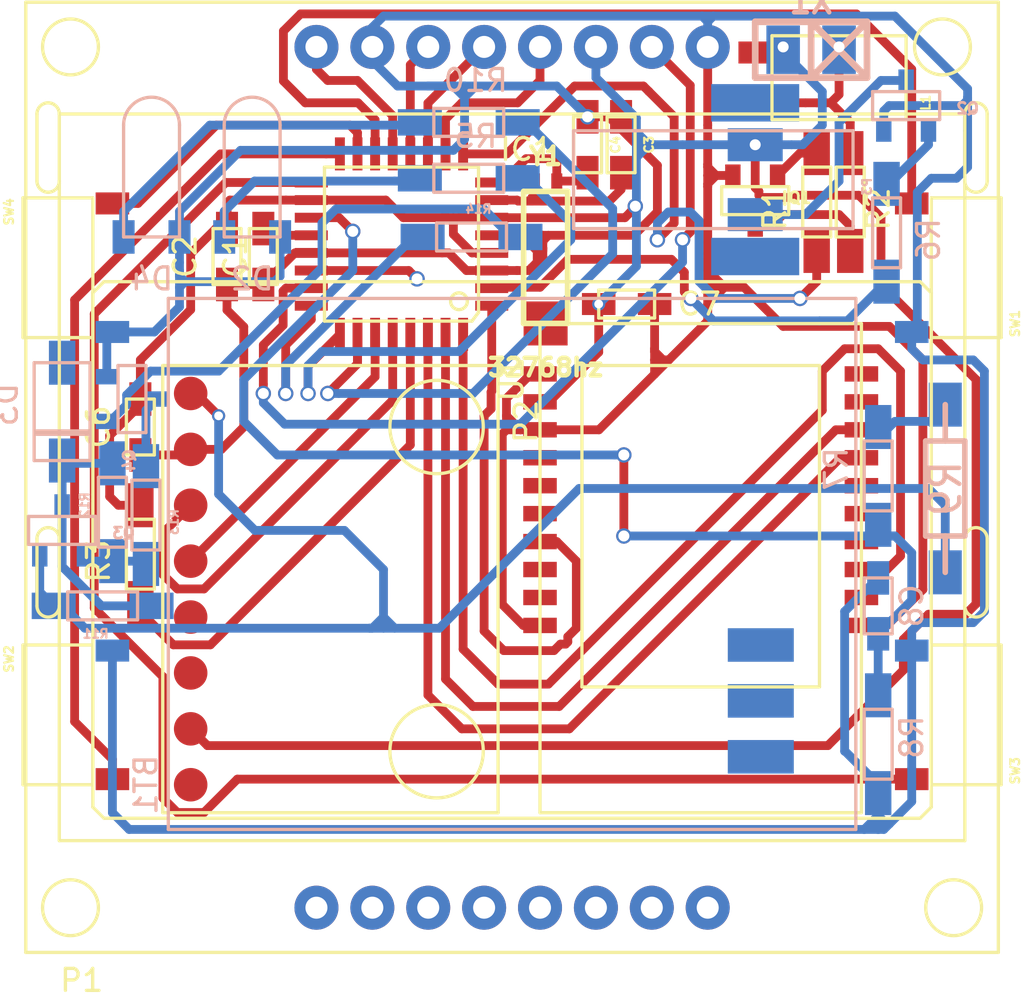
<source format=kicad_pcb>
(kicad_pcb (version 20171130) (host pcbnew 5.0.2-5.0.2)

  (general
    (thickness 1.6)
    (drawings 22)
    (tracks 592)
    (zones 0)
    (modules 40)
    (nets 43)
  )

  (page A4)
  (layers
    (0 F.Cu signal)
    (31 B.Cu signal)
    (32 B.Adhes user)
    (33 F.Adhes user)
    (34 B.Paste user)
    (35 F.Paste user)
    (36 B.SilkS user hide)
    (37 F.SilkS user)
    (38 B.Mask user)
    (39 F.Mask user hide)
    (40 Dwgs.User user)
    (41 Cmts.User user)
    (42 Eco1.User user)
    (43 Eco2.User user hide)
    (44 Edge.Cuts user)
    (45 Margin user)
    (46 B.CrtYd user)
    (47 F.CrtYd user)
    (48 B.Fab user)
    (49 F.Fab user)
  )

  (setup
    (last_trace_width 0.4)
    (trace_clearance 0.3)
    (zone_clearance 0.508)
    (zone_45_only no)
    (trace_min 0.2)
    (segment_width 0.2)
    (edge_width 0.15)
    (via_size 0.7)
    (via_drill 0.5)
    (via_min_size 0.4)
    (via_min_drill 0.3)
    (uvia_size 0.3)
    (uvia_drill 0.1)
    (uvias_allowed no)
    (uvia_min_size 0.2)
    (uvia_min_drill 0.1)
    (pcb_text_width 0.3)
    (pcb_text_size 1.5 1.5)
    (mod_edge_width 0.15)
    (mod_text_size 1 1)
    (mod_text_width 0.15)
    (pad_size 1.524 1.524)
    (pad_drill 0.762)
    (pad_to_mask_clearance 0.2)
    (solder_mask_min_width 0.25)
    (aux_axis_origin 0 0)
    (visible_elements FFFDFF7F)
    (pcbplotparams
      (layerselection 0x00030_80000001)
      (usegerberextensions false)
      (usegerberattributes false)
      (usegerberadvancedattributes false)
      (creategerberjobfile false)
      (excludeedgelayer true)
      (linewidth 0.100000)
      (plotframeref false)
      (viasonmask false)
      (mode 1)
      (useauxorigin false)
      (hpglpennumber 1)
      (hpglpenspeed 20)
      (hpglpendiameter 15.000000)
      (psnegative false)
      (psa4output false)
      (plotreference true)
      (plotvalue true)
      (plotinvisibletext false)
      (padsonsilk false)
      (subtractmaskfromsilk false)
      (outputformat 1)
      (mirror false)
      (drillshape 1)
      (scaleselection 1)
      (outputdirectory ""))
  )

  (net 0 "")
  (net 1 "Net-(C1-Pad1)")
  (net 2 LCD_SCE)
  (net 3 VCC)
  (net 4 CLOCK_1A)
  (net 5 CLOCK_1B)
  (net 6 BAT_VOLT)
  (net 7 "Net-(D2-Pad2)")
  (net 8 "Net-(D3-Pad1)")
  (net 9 "Net-(D4-Pad2)")
  (net 10 IR_LED)
  (net 11 VIBRA)
  (net 12 BUZ)
  (net 13 BUT_A)
  (net 14 BUT_B)
  (net 15 BUT_C)
  (net 16 BUT_D)
  (net 17 POWER_LED)
  (net 18 BLUE_D/C)
  (net 19 ACC_SDA)
  (net 20 ACC_SCL)
  (net 21 FIRM_UPDADE_RESET)
  (net 22 BLUE_TX)
  (net 23 BLUE_RX)
  (net 24 BLUE_S/~M)
  (net 25 "Net-(L1-Pad1)")
  (net 26 LCD_SCLK)
  (net 27 LCD_SDIN)
  (net 28 LCD_D/~C)
  (net 29 LCD_REST)
  (net 30 LCD_LAMP)
  (net 31 "Net-(P3-Pad2)")
  (net 32 "Net-(Q1-Pad1)")
  (net 33 "Net-(Q1-Pad3)")
  (net 34 "Net-(Q2-Pad1)")
  (net 35 BAT_RECARGA)
  (net 36 "Net-(Q4-Pad1)")
  (net 37 "Net-(Q4-Pad3)")
  (net 38 "Net-(Q3-Pad1)")
  (net 39 BAT_POWER)
  (net 40 "Net-(BT1-Pad1)")
  (net 41 +BATT)
  (net 42 IR_RECEPTOR)

  (net_class Default "Esta é a classe de net default."
    (clearance 0.3)
    (trace_width 0.4)
    (via_dia 0.7)
    (via_drill 0.5)
    (uvia_dia 0.3)
    (uvia_drill 0.1)
    (add_net +BATT)
    (add_net ACC_SCL)
    (add_net ACC_SDA)
    (add_net BAT_POWER)
    (add_net BAT_RECARGA)
    (add_net BAT_VOLT)
    (add_net BLUE_D/C)
    (add_net BLUE_RX)
    (add_net BLUE_S/~M)
    (add_net BLUE_TX)
    (add_net BUT_A)
    (add_net BUT_B)
    (add_net BUT_C)
    (add_net BUT_D)
    (add_net BUZ)
    (add_net CLOCK_1A)
    (add_net CLOCK_1B)
    (add_net FIRM_UPDADE_RESET)
    (add_net IR_LED)
    (add_net IR_RECEPTOR)
    (add_net LCD_D/~C)
    (add_net LCD_LAMP)
    (add_net LCD_REST)
    (add_net LCD_SCE)
    (add_net LCD_SCLK)
    (add_net LCD_SDIN)
    (add_net "Net-(BT1-Pad1)")
    (add_net "Net-(C1-Pad1)")
    (add_net "Net-(D2-Pad2)")
    (add_net "Net-(D3-Pad1)")
    (add_net "Net-(D4-Pad2)")
    (add_net "Net-(L1-Pad1)")
    (add_net "Net-(P3-Pad2)")
    (add_net "Net-(Q1-Pad1)")
    (add_net "Net-(Q1-Pad3)")
    (add_net "Net-(Q2-Pad1)")
    (add_net "Net-(Q3-Pad1)")
    (add_net "Net-(Q4-Pad1)")
    (add_net "Net-(Q4-Pad3)")
    (add_net POWER_LED)
    (add_net VCC)
    (add_net VIBRA)
  )

  (module PCB:SOT23 (layer B.Cu) (tedit 5B5A52F2) (tstamp 5B5A821E)
    (at 147.828 89.916 180)
    (path /5B5CAC0F)
    (fp_text reference Q3 (at -2.794 -0.254 180) (layer B.SilkS)
      (effects (font (size 0.5 0.5) (thickness 0.125)) (justify mirror))
    )
    (fp_text value BC237 (at 0 -0.254 180) (layer B.Fab)
      (effects (font (size 0.5 0.5) (thickness 0.125)) (justify mirror))
    )
    (fp_line (start 1.524 0.508) (end 1.524 -0.762) (layer B.SilkS) (width 0.15))
    (fp_line (start -1.524 0.508) (end 1.524 0.508) (layer B.SilkS) (width 0.15))
    (fp_line (start -1.524 -0.762) (end -1.524 0.508) (layer B.SilkS) (width 0.15))
    (fp_line (start -1.524 -0.762) (end 1.524 -0.762) (layer B.SilkS) (width 0.15))
    (pad 1 smd rect (at -1.016 -1.27 180) (size 0.7 1) (layers B.Cu B.Paste B.Mask)
      (net 38 "Net-(Q3-Pad1)"))
    (pad 2 smd rect (at 1.016 -1.27 180) (size 0.7 1) (layers B.Cu B.Paste B.Mask)
      (net 41 +BATT))
    (pad 3 smd rect (at 0 1.016 180) (size 0.7 1) (layers B.Cu B.Paste B.Mask)
      (net 8 "Net-(D3-Pad1)"))
  )

  (module PCB:R_SMD (layer B.Cu) (tedit 5B57D5A5) (tstamp 5B5A7E05)
    (at 150.114 88.9 90)
    (path /5B5D319E)
    (fp_text reference R12 (at 0 -1.27 90) (layer B.SilkS)
      (effects (font (size 0.4 0.4) (thickness 0.1)) (justify mirror))
    )
    (fp_text value 1K (at 0 1.27 90) (layer B.Fab)
      (effects (font (size 0.4 0.4) (thickness 0.1)) (justify mirror))
    )
    (fp_line (start -1.905 0.635) (end -1.905 -0.635) (layer B.SilkS) (width 0.15))
    (fp_line (start 1.27 0.635) (end -1.905 0.635) (layer B.SilkS) (width 0.15))
    (fp_line (start 1.27 -0.635) (end 1.27 0.635) (layer B.SilkS) (width 0.15))
    (fp_line (start -1.905 -0.635) (end 1.27 -0.635) (layer B.SilkS) (width 0.15))
    (pad 1 smd rect (at -2.54 0 90) (size 2 1.2) (layers B.Cu B.Paste B.Mask)
      (net 38 "Net-(Q3-Pad1)"))
    (pad 2 smd rect (at 1.905 0 90) (size 2 1.2) (layers B.Cu B.Paste B.Mask)
      (net 8 "Net-(D3-Pad1)"))
  )

  (module PCB:R_SMD (layer B.Cu) (tedit 5B57D5A5) (tstamp 5B5A7DFB)
    (at 149.352 93.472 180)
    (path /5B5E4CA2)
    (fp_text reference R11 (at 0 -1.27 180) (layer B.SilkS)
      (effects (font (size 0.4 0.4) (thickness 0.1)) (justify mirror))
    )
    (fp_text value 270R (at 0 1.27 180) (layer B.Fab)
      (effects (font (size 0.4 0.4) (thickness 0.1)) (justify mirror))
    )
    (fp_line (start -1.905 0.635) (end -1.905 -0.635) (layer B.SilkS) (width 0.15))
    (fp_line (start 1.27 0.635) (end -1.905 0.635) (layer B.SilkS) (width 0.15))
    (fp_line (start 1.27 -0.635) (end 1.27 0.635) (layer B.SilkS) (width 0.15))
    (fp_line (start -1.905 -0.635) (end 1.27 -0.635) (layer B.SilkS) (width 0.15))
    (pad 1 smd rect (at -2.54 0 180) (size 2 1.2) (layers B.Cu B.Paste B.Mask)
      (net 8 "Net-(D3-Pad1)"))
    (pad 2 smd rect (at 1.905 0 180) (size 2 1.2) (layers B.Cu B.Paste B.Mask)
      (net 41 +BATT))
  )

  (module PCB:D_SMD (layer B.Cu) (tedit 5B57CA8D) (tstamp 5B57CDB8)
    (at 147.828 84.328 90)
    (path /5B62B323)
    (fp_text reference D3 (at 0 -2.54 90) (layer B.SilkS)
      (effects (font (size 1 1) (thickness 0.15)) (justify mirror))
    )
    (fp_text value D (at 0 2.54 90) (layer B.Fab)
      (effects (font (size 1 1) (thickness 0.15)) (justify mirror))
    )
    (fp_line (start -1.27 -1.143) (end -1.27 1.143) (layer B.SilkS) (width 0.3))
    (fp_line (start -2.54 1.27) (end -2.54 -1.27) (layer B.SilkS) (width 0.15))
    (fp_line (start 1.905 1.27) (end -2.54 1.27) (layer B.SilkS) (width 0.15))
    (fp_line (start 1.905 -1.27) (end 1.905 1.27) (layer B.SilkS) (width 0.15))
    (fp_line (start -2.54 -1.27) (end 1.905 -1.27) (layer B.SilkS) (width 0.15))
    (pad 1 smd rect (at -2.54 0 90) (size 2 1.2) (layers B.Cu B.Paste B.Mask)
      (net 8 "Net-(D3-Pad1)"))
    (pad 2 smd rect (at 1.905 0 90) (size 2 1.2) (layers B.Cu B.Paste B.Mask)
      (net 39 BAT_POWER))
  )

  (module PCB:SOT23 (layer B.Cu) (tedit 5B5A52F2) (tstamp 5B5A7DF1)
    (at 151.13 84.074 90)
    (path /5B5C7BEB)
    (fp_text reference Q4 (at -2.794 -0.254 90) (layer B.SilkS)
      (effects (font (size 0.5 0.5) (thickness 0.125)) (justify mirror))
    )
    (fp_text value BC337 (at 0 -0.254 90) (layer B.Fab)
      (effects (font (size 0.5 0.5) (thickness 0.125)) (justify mirror))
    )
    (fp_line (start 1.524 0.508) (end 1.524 -0.762) (layer B.SilkS) (width 0.15))
    (fp_line (start -1.524 0.508) (end 1.524 0.508) (layer B.SilkS) (width 0.15))
    (fp_line (start -1.524 -0.762) (end -1.524 0.508) (layer B.SilkS) (width 0.15))
    (fp_line (start -1.524 -0.762) (end 1.524 -0.762) (layer B.SilkS) (width 0.15))
    (pad 1 smd rect (at -1.016 -1.27 90) (size 0.7 1) (layers B.Cu B.Paste B.Mask)
      (net 36 "Net-(Q4-Pad1)"))
    (pad 2 smd rect (at 1.016 -1.27 90) (size 0.7 1) (layers B.Cu B.Paste B.Mask)
      (net 2 LCD_SCE))
    (pad 3 smd rect (at 0 1.016 90) (size 0.7 1) (layers B.Cu B.Paste B.Mask)
      (net 37 "Net-(Q4-Pad3)"))
  )

  (module PCB:R_SMD (layer B.Cu) (tedit 5B57D5A5) (tstamp 5B5A7E0F)
    (at 151.638 89.662 270)
    (path /5B5D0155)
    (fp_text reference R13 (at 0 -1.27 270) (layer B.SilkS)
      (effects (font (size 0.4 0.4) (thickness 0.1)) (justify mirror))
    )
    (fp_text value 470R (at 0 1.27 270) (layer B.Fab)
      (effects (font (size 0.4 0.4) (thickness 0.1)) (justify mirror))
    )
    (fp_line (start -1.905 0.635) (end -1.905 -0.635) (layer B.SilkS) (width 0.15))
    (fp_line (start 1.27 0.635) (end -1.905 0.635) (layer B.SilkS) (width 0.15))
    (fp_line (start 1.27 -0.635) (end 1.27 0.635) (layer B.SilkS) (width 0.15))
    (fp_line (start -1.905 -0.635) (end 1.27 -0.635) (layer B.SilkS) (width 0.15))
    (pad 1 smd rect (at -2.54 0 270) (size 2 1.2) (layers B.Cu B.Paste B.Mask)
      (net 37 "Net-(Q4-Pad3)"))
    (pad 2 smd rect (at 1.905 0 270) (size 2 1.2) (layers B.Cu B.Paste B.Mask)
      (net 38 "Net-(Q3-Pad1)"))
  )

  (module PCB:R_SMD (layer B.Cu) (tedit 5B57D5A5) (tstamp 5B5A7E19)
    (at 166.751 76.708)
    (path /5B5F7A0C)
    (fp_text reference R14 (at 0 -1.27) (layer B.SilkS)
      (effects (font (size 0.4 0.4) (thickness 0.1)) (justify mirror))
    )
    (fp_text value 470R (at 0 1.27) (layer B.Fab)
      (effects (font (size 0.4 0.4) (thickness 0.1)) (justify mirror))
    )
    (fp_line (start -1.905 0.635) (end -1.905 -0.635) (layer B.SilkS) (width 0.15))
    (fp_line (start 1.27 0.635) (end -1.905 0.635) (layer B.SilkS) (width 0.15))
    (fp_line (start 1.27 -0.635) (end 1.27 0.635) (layer B.SilkS) (width 0.15))
    (fp_line (start -1.905 -0.635) (end 1.27 -0.635) (layer B.SilkS) (width 0.15))
    (pad 1 smd rect (at -2.54 0) (size 2 1.2) (layers B.Cu B.Paste B.Mask)
      (net 35 BAT_RECARGA))
    (pad 2 smd rect (at 1.905 0) (size 2 1.2) (layers B.Cu B.Paste B.Mask)
      (net 36 "Net-(Q4-Pad1)"))
  )

  (module PCB:R_SMD (layer B.Cu) (tedit 5B57D514) (tstamp 5B57E67C)
    (at 184.912 87.249 90)
    (path /5B5F8A61)
    (fp_text reference R7 (at 0 -1.905 90) (layer B.SilkS)
      (effects (font (size 1 1) (thickness 0.15)) (justify mirror))
    )
    (fp_text value 300K (at 0 1.905 90) (layer B.Fab)
      (effects (font (size 1 1) (thickness 0.15)) (justify mirror))
    )
    (fp_line (start -1.905 0.635) (end -1.905 -0.635) (layer B.SilkS) (width 0.15))
    (fp_line (start 1.27 0.635) (end -1.905 0.635) (layer B.SilkS) (width 0.15))
    (fp_line (start 1.27 -0.635) (end 1.27 0.635) (layer B.SilkS) (width 0.15))
    (fp_line (start -1.905 -0.635) (end 1.27 -0.635) (layer B.SilkS) (width 0.15))
    (pad 1 smd rect (at -2.54 0 90) (size 2 1.2) (layers B.Cu B.Paste B.Mask)
      (net 6 BAT_VOLT))
    (pad 2 smd rect (at 1.905 0 90) (size 2 1.2) (layers B.Cu B.Paste B.Mask)
      (net 40 "Net-(BT1-Pad1)"))
  )

  (module PCB:Cap_SMD (layer B.Cu) (tedit 5B57C88A) (tstamp 5B57CDA1)
    (at 184.912 93.472 90)
    (path /5B5FBE69)
    (fp_text reference C8 (at 0 1.524 90) (layer B.SilkS)
      (effects (font (size 1 1) (thickness 0.15)) (justify mirror))
    )
    (fp_text value 100nF (at 0 1.905 90) (layer B.Fab)
      (effects (font (size 1 1) (thickness 0.15)) (justify mirror))
    )
    (fp_line (start 1.27 -0.635) (end -1.27 -0.635) (layer B.SilkS) (width 0.15))
    (fp_line (start 1.27 0.635) (end 1.27 -0.635) (layer B.SilkS) (width 0.15))
    (fp_line (start -1.27 0.635) (end 1.27 0.635) (layer B.SilkS) (width 0.15))
    (fp_line (start -1.27 -0.635) (end -1.27 0.635) (layer B.SilkS) (width 0.15))
    (pad 1 smd rect (at -1.27 0 90) (size 1.524 1) (layers B.Cu B.Paste B.Mask)
      (net 6 BAT_VOLT))
    (pad 2 smd rect (at 1.27 0 90) (size 1.524 1) (layers B.Cu B.Paste B.Mask)
      (net 2 LCD_SCE))
  )

  (module PCB:R_SMD (layer B.Cu) (tedit 5B57D514) (tstamp 5B57E685)
    (at 184.912 99.441 90)
    (path /5B5F953D)
    (fp_text reference R8 (at 0 1.524 90) (layer B.SilkS)
      (effects (font (size 1 1) (thickness 0.15)) (justify mirror))
    )
    (fp_text value 100K (at 0 1.905 90) (layer B.Fab)
      (effects (font (size 1 1) (thickness 0.15)) (justify mirror))
    )
    (fp_line (start -1.905 0.635) (end -1.905 -0.635) (layer B.SilkS) (width 0.15))
    (fp_line (start 1.27 0.635) (end -1.905 0.635) (layer B.SilkS) (width 0.15))
    (fp_line (start 1.27 -0.635) (end 1.27 0.635) (layer B.SilkS) (width 0.15))
    (fp_line (start -1.905 -0.635) (end 1.27 -0.635) (layer B.SilkS) (width 0.15))
    (pad 1 smd rect (at -2.54 0 90) (size 2 1.2) (layers B.Cu B.Paste B.Mask)
      (net 2 LCD_SCE))
    (pad 2 smd rect (at 1.905 0 90) (size 2 1.2) (layers B.Cu B.Paste B.Mask)
      (net 6 BAT_VOLT))
  )

  (module PCB:MPU6050 (layer F.Cu) (tedit 5B57D45F) (tstamp 5B57E2D5)
    (at 160.02 92.71 270)
    (path /5B3E5FBE)
    (fp_text reference P2 (at -7.62 -8.89 270) (layer F.SilkS)
      (effects (font (size 1 1) (thickness 0.15)))
    )
    (fp_text value MPU6050 (at 0 0 270) (layer F.Fab)
      (effects (font (size 1 1) (thickness 0.15)))
    )
    (fp_circle (center -7.366 -4.826) (end -5.866 -3.326) (layer F.SilkS) (width 0.15))
    (fp_line (start -10.16 -7.62) (end -10.16 7.62) (layer F.SilkS) (width 0.15))
    (fp_line (start 10.16 -7.62) (end -10.16 -7.62) (layer F.SilkS) (width 0.15))
    (fp_line (start 10.16 7.62) (end 10.16 -7.62) (layer F.SilkS) (width 0.15))
    (fp_line (start -10.16 7.62) (end 10.16 7.62) (layer F.SilkS) (width 0.15))
    (fp_circle (center 7.366 -4.826) (end 8.866 -3.326) (layer F.SilkS) (width 0.15))
    (pad 1 smd circle (at -8.89 6.35 270) (size 1.524 1.524) (layers F.Cu F.Paste F.Mask)
      (net 41 +BATT))
    (pad 2 smd circle (at -6.35 6.35 270) (size 1.524 1.524) (layers F.Cu F.Paste F.Mask)
      (net 2 LCD_SCE))
    (pad 3 smd circle (at -3.81 6.35 270) (size 1.524 1.524) (layers F.Cu F.Paste F.Mask)
      (net 20 ACC_SCL))
    (pad 4 smd circle (at -1.27 6.35 270) (size 1.524 1.524) (layers F.Cu F.Paste F.Mask)
      (net 19 ACC_SDA))
    (pad 5 smd circle (at 1.27 6.35 270) (size 1.524 1.524) (layers F.Cu F.Paste F.Mask))
    (pad 6 smd circle (at 3.81 6.35 270) (size 1.524 1.524) (layers F.Cu F.Paste F.Mask))
    (pad 7 smd circle (at 6.35 6.35 270) (size 1.524 1.524) (layers F.Cu F.Paste F.Mask)
      (net 3 VCC))
    (pad 8 smd circle (at 8.89 6.35 270) (size 1.524 1.524) (layers F.Cu F.Paste F.Mask))
  )

  (module PCB:LCD_nokia5110 (layer F.Cu) (tedit 5B592710) (tstamp 5B5A63BE)
    (at 167.767 88.9)
    (path /5B3DBAC3)
    (fp_text reference P1 (at -19.05 21.59) (layer F.SilkS)
      (effects (font (size 1 1) (thickness 0.15)))
    )
    (fp_text value NOKIA_5110 (at -1.27 0) (layer F.Fab)
      (effects (font (size 1 1) (thickness 0.15)))
    )
    (fp_arc (start 21.59 -14.732) (end 22.098 -14.732) (angle 180) (layer F.SilkS) (width 0.15))
    (fp_arc (start 21.59 -17.78) (end 21.082 -17.78) (angle 180) (layer F.SilkS) (width 0.15))
    (fp_line (start 22.098 -17.78) (end 22.098 -14.732) (layer F.SilkS) (width 0.15))
    (fp_line (start 19.558 -9.652) (end 19.05 -10.16) (layer F.SilkS) (width 0.15))
    (fp_line (start -18.034 -10.16) (end -18.542 -9.652) (layer F.SilkS) (width 0.15))
    (fp_line (start -18.542 13.716) (end -18.542 -9.652) (layer F.SilkS) (width 0.15))
    (fp_line (start -18.034 14.224) (end -18.542 13.716) (layer F.SilkS) (width 0.15))
    (fp_line (start 19.05 14.224) (end -18.034 14.224) (layer F.SilkS) (width 0.15))
    (fp_line (start 19.558 13.716) (end 19.05 14.224) (layer F.SilkS) (width 0.15))
    (fp_line (start 19.558 -9.652) (end 19.558 13.716) (layer F.SilkS) (width 0.15))
    (fp_line (start -18.034 -10.16) (end 19.05 -10.16) (layer F.SilkS) (width 0.15))
    (fp_line (start -20.066 15.24) (end -20.066 -17.78) (layer F.SilkS) (width 0.15))
    (fp_line (start 21.082 15.24) (end -20.066 15.24) (layer F.SilkS) (width 0.15))
    (fp_line (start 21.082 -17.78) (end 21.082 15.24) (layer F.SilkS) (width 0.15))
    (fp_line (start -20.066 -17.78) (end 21.082 -17.78) (layer F.SilkS) (width 0.15))
    (fp_circle (center -19.558 -20.828) (end -18.288 -20.828) (layer F.SilkS) (width 0.15))
    (fp_line (start -21.59 -22.86) (end -21.59 20.32) (layer F.SilkS) (width 0.15))
    (fp_line (start 22.606 -22.86) (end -21.59 -22.86) (layer F.SilkS) (width 0.15))
    (fp_line (start 22.606 20.32) (end 22.606 -22.86) (layer F.SilkS) (width 0.15))
    (fp_line (start -21.59 20.32) (end 22.606 20.32) (layer F.SilkS) (width 0.15))
    (fp_circle (center -19.558 18.288) (end -18.288 18.288) (layer F.SilkS) (width 0.15))
    (fp_circle (center 20.574 18.288) (end 21.844 18.288) (layer F.SilkS) (width 0.15))
    (fp_circle (center 20.066 -20.828) (end 21.336 -20.828) (layer F.SilkS) (width 0.15))
    (fp_arc (start -20.574 -17.78) (end -21.082 -17.78) (angle 180) (layer F.SilkS) (width 0.15))
    (fp_arc (start -20.574 -14.732) (end -20.066 -14.732) (angle 180) (layer F.SilkS) (width 0.15))
    (fp_line (start -21.082 -17.78) (end -21.082 -14.732) (layer F.SilkS) (width 0.15))
    (fp_arc (start -20.574 1.524) (end -21.082 1.524) (angle 180) (layer F.SilkS) (width 0.15))
    (fp_arc (start -20.574 4.572) (end -20.066 4.572) (angle 180) (layer F.SilkS) (width 0.15))
    (fp_line (start -21.082 1.524) (end -21.082 4.572) (layer F.SilkS) (width 0.15))
    (fp_arc (start 21.59 4.572) (end 22.098 4.572) (angle 180) (layer F.SilkS) (width 0.15))
    (fp_arc (start 21.59 1.524) (end 21.082 1.524) (angle 180) (layer F.SilkS) (width 0.15))
    (fp_line (start 22.098 1.524) (end 22.098 4.572) (layer F.SilkS) (width 0.15))
    (pad 1 thru_hole circle (at -8.382 -20.828) (size 2 2) (drill 1) (layers *.Cu *.Mask)
      (net 29 LCD_REST))
    (pad 2 thru_hole circle (at -5.842 -20.828) (size 2 2) (drill 1) (layers *.Cu *.Mask)
      (net 2 LCD_SCE))
    (pad 3 thru_hole circle (at -3.302 -20.828) (size 2 2) (drill 1) (layers *.Cu *.Mask)
      (net 28 LCD_D/~C))
    (pad 4 thru_hole circle (at -0.762 -20.828) (size 2 2) (drill 1) (layers *.Cu *.Mask)
      (net 27 LCD_SDIN))
    (pad 5 thru_hole circle (at 1.778 -20.828) (size 2 2) (drill 1) (layers *.Cu *.Mask)
      (net 26 LCD_SCLK))
    (pad 6 thru_hole circle (at 4.318 -20.828) (size 2 2) (drill 1) (layers *.Cu *.Mask)
      (net 3 VCC))
    (pad 7 thru_hole circle (at 6.858 -20.828) (size 2 2) (drill 1) (layers *.Cu *.Mask)
      (net 30 LCD_LAMP))
    (pad 8 thru_hole circle (at 9.398 -20.828) (size 2 2) (drill 1) (layers *.Cu *.Mask)
      (net 2 LCD_SCE))
    (pad 9 thru_hole circle (at -8.382 18.288) (size 2 2) (drill 1) (layers *.Cu *.Mask))
    (pad 10 thru_hole circle (at -5.842 18.288) (size 2 2) (drill 1) (layers *.Cu *.Mask))
    (pad 11 thru_hole circle (at -3.302 18.288) (size 2 2) (drill 1) (layers *.Cu *.Mask))
    (pad 12 thru_hole circle (at -0.762 18.288) (size 2 2) (drill 1) (layers *.Cu *.Mask))
    (pad 13 thru_hole circle (at 1.778 18.288) (size 2 2) (drill 1) (layers *.Cu *.Mask))
    (pad 14 thru_hole circle (at 4.318 18.288) (size 2 2) (drill 1) (layers *.Cu *.Mask))
    (pad 15 thru_hole circle (at 6.858 18.288) (size 2 2) (drill 1) (layers *.Cu *.Mask))
    (pad 16 thru_hole circle (at 9.398 18.288) (size 2 2) (drill 1) (layers *.Cu *.Mask))
  )

  (module PCB:Indutor_15mH (layer F.Cu) (tedit 5B5A54CD) (tstamp 5B5A596A)
    (at 183.261 69.342 90)
    (path /5B5AF3E2)
    (fp_text reference L1 (at -1.27 3.81 90) (layer F.SilkS)
      (effects (font (size 0.4 0.4) (thickness 0.1)))
    )
    (fp_text value 15mH (at 0 0 180) (layer F.Fab)
      (effects (font (size 0.4 0.4) (thickness 0.1)))
    )
    (fp_line (start 1.778 -3.175) (end -2.032 -3.175) (layer F.SilkS) (width 0.15))
    (fp_line (start 1.778 2.921) (end 1.778 -3.175) (layer F.SilkS) (width 0.15))
    (fp_line (start -2.032 2.921) (end 1.778 2.921) (layer F.SilkS) (width 0.15))
    (fp_line (start -2.032 -3.175) (end -2.032 2.921) (layer F.SilkS) (width 0.15))
    (pad 1 smd rect (at -1.27 -3.937 90) (size 1 1.524) (layers F.Cu F.Paste F.Mask)
      (net 25 "Net-(L1-Pad1)"))
    (pad 2 smd rect (at 1.016 -3.937 90) (size 1 1.524) (layers F.Cu F.Paste F.Mask)
      (net 3 VCC))
  )

  (module PCB:Cap_SMD (layer F.Cu) (tedit 5B57C88A) (tstamp 5B57CD63)
    (at 156.972 77.597 270)
    (path /5B0DA504)
    (fp_text reference C1 (at 0 1.27 270) (layer F.SilkS)
      (effects (font (size 1 1) (thickness 0.15)))
    )
    (fp_text value 10nF (at 0 -1.905 270) (layer F.Fab)
      (effects (font (size 1 1) (thickness 0.15)))
    )
    (fp_line (start 1.27 0.635) (end -1.27 0.635) (layer F.SilkS) (width 0.15))
    (fp_line (start 1.27 -0.635) (end 1.27 0.635) (layer F.SilkS) (width 0.15))
    (fp_line (start -1.27 -0.635) (end 1.27 -0.635) (layer F.SilkS) (width 0.15))
    (fp_line (start -1.27 0.635) (end -1.27 -0.635) (layer F.SilkS) (width 0.15))
    (pad 1 smd rect (at -1.27 0 270) (size 1.524 1) (layers F.Cu F.Paste F.Mask)
      (net 1 "Net-(C1-Pad1)"))
    (pad 2 smd rect (at 1.27 0 270) (size 1.524 1) (layers F.Cu F.Paste F.Mask)
      (net 2 LCD_SCE))
  )

  (module PCB:Cap_SMD (layer F.Cu) (tedit 5B57C88A) (tstamp 5B57CD6D)
    (at 155.321 77.597 270)
    (path /5B0DA77B)
    (fp_text reference C2 (at 0 1.905 270) (layer F.SilkS)
      (effects (font (size 1 1) (thickness 0.15)))
    )
    (fp_text value 100nF (at 0 -1.905 270) (layer F.Fab)
      (effects (font (size 1 1) (thickness 0.15)))
    )
    (fp_line (start 1.27 0.635) (end -1.27 0.635) (layer F.SilkS) (width 0.15))
    (fp_line (start 1.27 -0.635) (end 1.27 0.635) (layer F.SilkS) (width 0.15))
    (fp_line (start -1.27 -0.635) (end 1.27 -0.635) (layer F.SilkS) (width 0.15))
    (fp_line (start -1.27 0.635) (end -1.27 -0.635) (layer F.SilkS) (width 0.15))
    (pad 1 smd rect (at -1.27 0 270) (size 1.524 1) (layers F.Cu F.Paste F.Mask)
      (net 3 VCC))
    (pad 2 smd rect (at 1.27 0 270) (size 1.524 1) (layers F.Cu F.Paste F.Mask)
      (net 2 LCD_SCE))
  )

  (module PCB:Cap_SMD (layer F.Cu) (tedit 5B57C88A) (tstamp 5B57CD8D)
    (at 151.384 85.344 270)
    (path /5B3EBA0E)
    (fp_text reference C6 (at 0 1.905 270) (layer F.SilkS)
      (effects (font (size 1 1) (thickness 0.15)))
    )
    (fp_text value 100nF (at 0 -1.905 270) (layer F.Fab)
      (effects (font (size 1 1) (thickness 0.15)))
    )
    (fp_line (start 1.27 0.635) (end -1.27 0.635) (layer F.SilkS) (width 0.15))
    (fp_line (start 1.27 -0.635) (end 1.27 0.635) (layer F.SilkS) (width 0.15))
    (fp_line (start -1.27 -0.635) (end 1.27 -0.635) (layer F.SilkS) (width 0.15))
    (fp_line (start -1.27 0.635) (end -1.27 -0.635) (layer F.SilkS) (width 0.15))
    (pad 1 smd rect (at -1.27 0 270) (size 1.524 1) (layers F.Cu F.Paste F.Mask)
      (net 3 VCC))
    (pad 2 smd rect (at 1.27 0 270) (size 1.524 1) (layers F.Cu F.Paste F.Mask)
      (net 2 LCD_SCE))
  )

  (module PCB:Cap_SMD (layer F.Cu) (tedit 5B57C88A) (tstamp 5B57CD97)
    (at 173.482 79.756)
    (path /5B3DA983)
    (fp_text reference C7 (at 3.302 0) (layer F.SilkS)
      (effects (font (size 1 1) (thickness 0.15)))
    )
    (fp_text value 100nF (at 0 -1.905) (layer F.Fab)
      (effects (font (size 1 1) (thickness 0.15)))
    )
    (fp_line (start 1.27 0.635) (end -1.27 0.635) (layer F.SilkS) (width 0.15))
    (fp_line (start 1.27 -0.635) (end 1.27 0.635) (layer F.SilkS) (width 0.15))
    (fp_line (start -1.27 -0.635) (end 1.27 -0.635) (layer F.SilkS) (width 0.15))
    (fp_line (start -1.27 0.635) (end -1.27 -0.635) (layer F.SilkS) (width 0.15))
    (pad 1 smd rect (at -1.27 0) (size 1.524 1) (layers F.Cu F.Paste F.Mask)
      (net 3 VCC))
    (pad 2 smd rect (at 1.27 0) (size 1.524 1) (layers F.Cu F.Paste F.Mask)
      (net 2 LCD_SCE))
  )

  (module PCB:32A (layer F.Cu) (tedit 5B578135) (tstamp 5B57CDE8)
    (at 162.941 77.343 180)
    (path /5B58A5E0)
    (fp_text reference IC1 (at -6.01 4.61 180) (layer F.SilkS)
      (effects (font (size 1 1) (thickness 0.15)))
    )
    (fp_text value ATMEGA328P-A (at -0.21 0.41 180) (layer F.Fab)
      (effects (font (size 1 1) (thickness 0.15)))
    )
    (fp_line (start -3.81 -2.79) (end -3.51 -3.19) (layer F.SilkS) (width 0.15))
    (fp_circle (center -2.921 -2.286) (end -2.54 -2.286) (layer F.SilkS) (width 0.15))
    (fp_line (start -3.81 -2.79) (end -3.81 3.81) (layer F.SilkS) (width 0.15))
    (fp_line (start 3.19 -3.19) (end -3.51 -3.19) (layer F.SilkS) (width 0.15))
    (fp_line (start 3.19 3.81) (end 3.19 -3.19) (layer F.SilkS) (width 0.15))
    (fp_line (start -3.81 3.81) (end 3.19 3.81) (layer F.SilkS) (width 0.15))
    (pad 1 smd rect (at -4.41 -2.49 270) (size 0.45 1.5) (layers F.Cu F.Paste F.Mask)
      (net 24 BLUE_S/~M))
    (pad 2 smd rect (at -4.41 -1.69 270) (size 0.45 1.5) (layers F.Cu F.Paste F.Mask)
      (net 11 VIBRA))
    (pad 3 smd rect (at -4.41 -0.89 270) (size 0.45 1.5) (layers F.Cu F.Paste F.Mask)
      (net 2 LCD_SCE))
    (pad 4 smd rect (at -4.41 -0.09 270) (size 0.45 1.5) (layers F.Cu F.Paste F.Mask)
      (net 3 VCC))
    (pad 5 smd rect (at -4.41 0.71 270) (size 0.45 1.5) (layers F.Cu F.Paste F.Mask)
      (net 2 LCD_SCE))
    (pad 6 smd rect (at -4.41 1.51 270) (size 0.45 1.5) (layers F.Cu F.Paste F.Mask)
      (net 3 VCC))
    (pad 7 smd rect (at -4.41 2.31 270) (size 0.45 1.5) (layers F.Cu F.Paste F.Mask)
      (net 4 CLOCK_1A))
    (pad 8 smd rect (at -4.41 3.11 270) (size 0.45 1.5) (layers F.Cu F.Paste F.Mask)
      (net 5 CLOCK_1B))
    (pad 9 smd rect (at -3.11 4.41 180) (size 0.45 1.5) (layers F.Cu F.Paste F.Mask)
      (net 12 BUZ))
    (pad 10 smd rect (at -2.31 4.41 180) (size 0.45 1.5) (layers F.Cu F.Paste F.Mask)
      (net 26 LCD_SCLK))
    (pad 11 smd rect (at -1.51 4.41 180) (size 0.45 1.5) (layers F.Cu F.Paste F.Mask)
      (net 27 LCD_SDIN))
    (pad 12 smd rect (at -0.71 4.41 180) (size 0.45 1.5) (layers F.Cu F.Paste F.Mask)
      (net 28 LCD_D/~C))
    (pad 13 smd rect (at 0.09 4.41 180) (size 0.45 1.5) (layers F.Cu F.Paste F.Mask)
      (net 29 LCD_REST))
    (pad 14 smd rect (at 0.89 4.41 180) (size 0.45 1.5) (layers F.Cu F.Paste F.Mask)
      (net 13 BUT_A))
    (pad 15 smd rect (at 1.69 4.41 180) (size 0.45 1.5) (layers F.Cu F.Paste F.Mask)
      (net 14 BUT_B))
    (pad 16 smd rect (at 2.49 4.41 180) (size 0.45 1.5) (layers F.Cu F.Paste F.Mask)
      (net 15 BUT_C))
    (pad 17 smd rect (at 3.79 3.11 270) (size 0.45 1.5) (layers F.Cu F.Paste F.Mask)
      (net 16 BUT_D))
    (pad 18 smd rect (at 3.79 2.31 270) (size 0.45 1.5) (layers F.Cu F.Paste F.Mask)
      (net 3 VCC))
    (pad 19 smd rect (at 3.79 1.51 270) (size 0.45 1.5) (layers F.Cu F.Paste F.Mask)
      (net 6 BAT_VOLT))
    (pad 20 smd rect (at 3.79 0.71 270) (size 0.45 1.5) (layers F.Cu F.Paste F.Mask)
      (net 1 "Net-(C1-Pad1)"))
    (pad 21 smd rect (at 3.79 -0.09 270) (size 0.45 1.5) (layers F.Cu F.Paste F.Mask)
      (net 2 LCD_SCE))
    (pad 22 smd rect (at 3.79 -0.89 270) (size 0.45 1.5) (layers F.Cu F.Paste F.Mask)
      (net 42 IR_RECEPTOR))
    (pad 23 smd rect (at 3.79 -1.69 270) (size 0.45 1.5) (layers F.Cu F.Paste F.Mask)
      (net 30 LCD_LAMP))
    (pad 24 smd rect (at 3.79 -2.49 270) (size 0.45 1.5) (layers F.Cu F.Paste F.Mask)
      (net 35 BAT_RECARGA))
    (pad 25 smd rect (at 2.49 -3.79) (size 0.45 1.5) (layers F.Cu F.Paste F.Mask)
      (net 17 POWER_LED))
    (pad 26 smd rect (at 1.69 -3.79) (size 0.45 1.5) (layers F.Cu F.Paste F.Mask)
      (net 10 IR_LED))
    (pad 27 smd rect (at 0.89 -3.79) (size 0.45 1.5) (layers F.Cu F.Paste F.Mask)
      (net 19 ACC_SDA))
    (pad 28 smd rect (at 0.09 -3.79) (size 0.45 1.5) (layers F.Cu F.Paste F.Mask)
      (net 20 ACC_SCL))
    (pad 29 smd rect (at -0.71 -3.79) (size 0.45 1.5) (layers F.Cu F.Paste F.Mask)
      (net 21 FIRM_UPDADE_RESET))
    (pad 30 smd rect (at -1.51 -3.79) (size 0.45 1.5) (layers F.Cu F.Paste F.Mask)
      (net 22 BLUE_TX))
    (pad 31 smd rect (at -2.31 -3.79) (size 0.45 1.5) (layers F.Cu F.Paste F.Mask)
      (net 23 BLUE_RX))
    (pad 32 smd rect (at -3.11 -3.79) (size 0.45 1.5) (layers F.Cu F.Paste F.Mask)
      (net 18 BLUE_D/C))
  )

  (module PCB:E104-BT02 (layer F.Cu) (tedit 5B578333) (tstamp 5B57CEAA)
    (at 176.53 89.535 270)
    (path /5B3D7963)
    (fp_text reference U1 (at -6.35 8.255 270) (layer F.SilkS)
      (effects (font (size 1 1) (thickness 0.15)))
    )
    (fp_text value E104-BT02 (at 0 0 270) (layer F.Fab)
      (effects (font (size 1 1) (thickness 0.15)))
    )
    (fp_line (start 7.62 -5.715) (end -6.985 -5.715) (layer F.SilkS) (width 0.15))
    (fp_line (start 7.62 5.08) (end 7.62 -5.715) (layer F.SilkS) (width 0.15))
    (fp_line (start -6.985 5.08) (end 7.62 5.08) (layer F.SilkS) (width 0.15))
    (fp_line (start -6.985 -5.715) (end -6.985 5.08) (layer F.SilkS) (width 0.15))
    (fp_line (start -8.89 -7.62) (end -8.89 6.985) (layer F.SilkS) (width 0.15))
    (fp_line (start 13.335 -7.62) (end -8.89 -7.62) (layer F.SilkS) (width 0.15))
    (fp_line (start 13.335 6.985) (end 13.335 -7.62) (layer F.SilkS) (width 0.15))
    (fp_line (start -8.89 6.985) (end 13.335 6.985) (layer F.SilkS) (width 0.15))
    (pad 1 smd rect (at 4.826 -7.62 270) (size 0.7 1.524) (layers F.Cu F.Paste F.Mask)
      (net 2 LCD_SCE))
    (pad 2 smd rect (at 3.556 -7.62 270) (size 0.7 1.524) (layers F.Cu F.Paste F.Mask))
    (pad 3 smd rect (at 2.286 -7.62 270) (size 0.7 1.524) (layers F.Cu F.Paste F.Mask)
      (net 18 BLUE_D/C))
    (pad 4 smd rect (at 1.016 -7.62 270) (size 0.7 1.524) (layers F.Cu F.Paste F.Mask))
    (pad 5 smd rect (at -0.254 -7.62 270) (size 0.7 1.524) (layers F.Cu F.Paste F.Mask))
    (pad 6 smd rect (at -1.524 -7.62 270) (size 0.7 1.524) (layers F.Cu F.Paste F.Mask))
    (pad 7 smd rect (at -2.794 -7.62 270) (size 0.7 1.524) (layers F.Cu F.Paste F.Mask)
      (net 22 BLUE_TX))
    (pad 8 smd rect (at -4.064 -7.62 270) (size 0.7 1.524) (layers F.Cu F.Paste F.Mask)
      (net 23 BLUE_RX))
    (pad 9 smd rect (at -5.334 -7.62 270) (size 0.7 1.524) (layers F.Cu F.Paste F.Mask))
    (pad 10 smd rect (at -6.604 -7.62 270) (size 0.7 1.524) (layers F.Cu F.Paste F.Mask))
    (pad 11 smd rect (at -6.604 6.985 270) (size 0.7 1.524) (layers F.Cu F.Paste F.Mask)
      (net 2 LCD_SCE))
    (pad 12 smd rect (at -5.334 6.985 270) (size 0.7 1.524) (layers F.Cu F.Paste F.Mask)
      (net 3 VCC))
    (pad 13 smd rect (at -4.064 6.985 270) (size 0.7 1.524) (layers F.Cu F.Paste F.Mask)
      (net 2 LCD_SCE))
    (pad 14 smd rect (at -2.794 6.985 270) (size 0.7 1.524) (layers F.Cu F.Paste F.Mask))
    (pad 15 smd rect (at -1.524 6.985 270) (size 0.7 1.524) (layers F.Cu F.Paste F.Mask))
    (pad 16 smd rect (at -0.254 6.985 270) (size 0.7 1.524) (layers F.Cu F.Paste F.Mask))
    (pad 17 smd rect (at 1.016 6.985 270) (size 0.7 1.524) (layers F.Cu F.Paste F.Mask)
      (net 24 BLUE_S/~M))
    (pad 18 smd rect (at 2.286 6.985 270) (size 0.7 1.524) (layers F.Cu F.Paste F.Mask))
    (pad 19 smd rect (at 3.556 6.985 270) (size 0.7 1.524) (layers F.Cu F.Paste F.Mask))
    (pad 20 smd rect (at 4.826 6.985 270) (size 0.7 1.524) (layers F.Cu F.Paste F.Mask)
      (net 2 LCD_SCE))
  )

  (module PCB:LED_H (layer B.Cu) (tedit 5B57D364) (tstamp 5B57E01C)
    (at 156.464 76.708 180)
    (path /5B56102D)
    (fp_text reference D2 (at 0 -1.905 180) (layer B.SilkS)
      (effects (font (size 1 1) (thickness 0.15)) (justify mirror))
    )
    (fp_text value LED_POWER (at 0 1.905 180) (layer B.Fab)
      (effects (font (size 1 1) (thickness 0.15)) (justify mirror))
    )
    (fp_arc (start 0 5.08) (end -1.27 5.08) (angle -180) (layer B.SilkS) (width 0.15))
    (fp_line (start 1.27 0) (end -1.27 0) (layer B.SilkS) (width 0.15))
    (fp_line (start 1.27 5.08) (end 1.27 0) (layer B.SilkS) (width 0.15))
    (fp_line (start -1.27 0) (end -1.27 5.08) (layer B.SilkS) (width 0.15))
    (pad 1 smd rect (at -1.27 0 90) (size 1.524 1) (layers B.Cu B.Paste B.Mask)
      (net 2 LCD_SCE))
    (pad 2 smd rect (at 1.27 0 90) (size 1.524 1) (layers B.Cu B.Paste B.Mask)
      (net 7 "Net-(D2-Pad2)"))
  )

  (module PCB:LED_H (layer B.Cu) (tedit 5B57D364) (tstamp 5B57E025)
    (at 151.892 76.708 180)
    (path /5B630D76)
    (fp_text reference D4 (at 0 -1.905 180) (layer B.SilkS)
      (effects (font (size 1 1) (thickness 0.15)) (justify mirror))
    )
    (fp_text value LED_IR (at 0 1.905 180) (layer B.Fab)
      (effects (font (size 1 1) (thickness 0.15)) (justify mirror))
    )
    (fp_arc (start 0 5.08) (end -1.27 5.08) (angle -180) (layer B.SilkS) (width 0.15))
    (fp_line (start 1.27 0) (end -1.27 0) (layer B.SilkS) (width 0.15))
    (fp_line (start 1.27 5.08) (end 1.27 0) (layer B.SilkS) (width 0.15))
    (fp_line (start -1.27 0) (end -1.27 5.08) (layer B.SilkS) (width 0.15))
    (pad 1 smd rect (at -1.27 0 90) (size 1.524 1) (layers B.Cu B.Paste B.Mask)
      (net 2 LCD_SCE))
    (pad 2 smd rect (at 1.27 0 90) (size 1.524 1) (layers B.Cu B.Paste B.Mask)
      (net 9 "Net-(D4-Pad2)"))
  )

  (module PCB:R_SMD (layer F.Cu) (tedit 5B57D514) (tstamp 5B57E646)
    (at 182.118 75.438 270)
    (path /5B5B1115)
    (fp_text reference R1 (at 0 1.905 270) (layer F.SilkS)
      (effects (font (size 1 1) (thickness 0.15)))
    )
    (fp_text value 470R (at 0 -1.905 270) (layer F.Fab)
      (effects (font (size 1 1) (thickness 0.15)))
    )
    (fp_line (start -1.905 -0.635) (end -1.905 0.635) (layer F.SilkS) (width 0.15))
    (fp_line (start 1.27 -0.635) (end -1.905 -0.635) (layer F.SilkS) (width 0.15))
    (fp_line (start 1.27 0.635) (end 1.27 -0.635) (layer F.SilkS) (width 0.15))
    (fp_line (start -1.905 0.635) (end 1.27 0.635) (layer F.SilkS) (width 0.15))
    (pad 1 smd rect (at -2.54 0 270) (size 2 1.2) (layers F.Cu F.Paste F.Mask)
      (net 32 "Net-(Q1-Pad1)"))
    (pad 2 smd rect (at 1.905 0 270) (size 2 1.2) (layers F.Cu F.Paste F.Mask)
      (net 12 BUZ))
  )

  (module PCB:R_SMD (layer F.Cu) (tedit 5B57D514) (tstamp 5B57E64F)
    (at 183.642 75.438 270)
    (path /5B5CBAB2)
    (fp_text reference R2 (at 0 -1.27 270) (layer F.SilkS)
      (effects (font (size 1 1) (thickness 0.15)))
    )
    (fp_text value 100R (at 0 -1.905 270) (layer F.Fab)
      (effects (font (size 1 1) (thickness 0.15)))
    )
    (fp_line (start -1.905 -0.635) (end -1.905 0.635) (layer F.SilkS) (width 0.15))
    (fp_line (start 1.27 -0.635) (end -1.905 -0.635) (layer F.SilkS) (width 0.15))
    (fp_line (start 1.27 0.635) (end 1.27 -0.635) (layer F.SilkS) (width 0.15))
    (fp_line (start -1.905 0.635) (end 1.27 0.635) (layer F.SilkS) (width 0.15))
    (pad 1 smd rect (at -2.54 0 270) (size 2 1.2) (layers F.Cu F.Paste F.Mask)
      (net 25 "Net-(L1-Pad1)"))
    (pad 2 smd rect (at 1.905 0 270) (size 2 1.2) (layers F.Cu F.Paste F.Mask)
      (net 33 "Net-(Q1-Pad3)"))
  )

  (module PCB:R_SMD (layer F.Cu) (tedit 5B57D514) (tstamp 5B57E658)
    (at 151.384 91.44 270)
    (path /5B56E55A)
    (fp_text reference R3 (at 0 1.905 270) (layer F.SilkS)
      (effects (font (size 1 1) (thickness 0.15)))
    )
    (fp_text value 10K (at 0 -1.905 270) (layer F.Fab)
      (effects (font (size 1 1) (thickness 0.15)))
    )
    (fp_line (start -1.905 -0.635) (end -1.905 0.635) (layer F.SilkS) (width 0.15))
    (fp_line (start 1.27 -0.635) (end -1.905 -0.635) (layer F.SilkS) (width 0.15))
    (fp_line (start 1.27 0.635) (end 1.27 -0.635) (layer F.SilkS) (width 0.15))
    (fp_line (start -1.905 0.635) (end 1.27 0.635) (layer F.SilkS) (width 0.15))
    (pad 1 smd rect (at -2.54 0 270) (size 2 1.2) (layers F.Cu F.Paste F.Mask)
      (net 3 VCC))
    (pad 2 smd rect (at 1.905 0 270) (size 2 1.2) (layers F.Cu F.Paste F.Mask)
      (net 21 FIRM_UPDADE_RESET))
  )

  (module PCB:R_SMD (layer B.Cu) (tedit 5B57D514) (tstamp 5B57E66A)
    (at 166.624 74.041)
    (path /5B561B2E)
    (fp_text reference R5 (at 0 -1.905) (layer B.SilkS)
      (effects (font (size 1 1) (thickness 0.15)) (justify mirror))
    )
    (fp_text value 100R (at 0 1.905) (layer B.Fab)
      (effects (font (size 1 1) (thickness 0.15)) (justify mirror))
    )
    (fp_line (start -1.905 0.635) (end -1.905 -0.635) (layer B.SilkS) (width 0.15))
    (fp_line (start 1.27 0.635) (end -1.905 0.635) (layer B.SilkS) (width 0.15))
    (fp_line (start 1.27 -0.635) (end 1.27 0.635) (layer B.SilkS) (width 0.15))
    (fp_line (start -1.905 -0.635) (end 1.27 -0.635) (layer B.SilkS) (width 0.15))
    (pad 1 smd rect (at -2.54 0) (size 2 1.2) (layers B.Cu B.Paste B.Mask)
      (net 7 "Net-(D2-Pad2)"))
    (pad 2 smd rect (at 1.905 0) (size 2 1.2) (layers B.Cu B.Paste B.Mask)
      (net 17 POWER_LED))
  )

  (module PCB:R_SMD (layer B.Cu) (tedit 5B57D514) (tstamp 5B57E673)
    (at 185.293 76.835 270)
    (path /5B5B9855)
    (fp_text reference R6 (at 0 -1.905 270) (layer B.SilkS)
      (effects (font (size 1 1) (thickness 0.15)) (justify mirror))
    )
    (fp_text value 470R (at 0 1.905 270) (layer B.Fab)
      (effects (font (size 1 1) (thickness 0.15)) (justify mirror))
    )
    (fp_line (start -1.905 0.635) (end -1.905 -0.635) (layer B.SilkS) (width 0.15))
    (fp_line (start 1.27 0.635) (end -1.905 0.635) (layer B.SilkS) (width 0.15))
    (fp_line (start 1.27 -0.635) (end 1.27 0.635) (layer B.SilkS) (width 0.15))
    (fp_line (start -1.905 -0.635) (end 1.27 -0.635) (layer B.SilkS) (width 0.15))
    (pad 1 smd rect (at -2.54 0 270) (size 2 1.2) (layers B.Cu B.Paste B.Mask)
      (net 34 "Net-(Q2-Pad1)"))
    (pad 2 smd rect (at 1.905 0 270) (size 2 1.2) (layers B.Cu B.Paste B.Mask)
      (net 11 VIBRA))
  )

  (module PCB:R_SMD (layer B.Cu) (tedit 5B57D514) (tstamp 5B57E68E)
    (at 166.624 71.501)
    (path /5B630D7C)
    (fp_text reference R10 (at 0 -1.905) (layer B.SilkS)
      (effects (font (size 1 1) (thickness 0.15)) (justify mirror))
    )
    (fp_text value 100R (at 0 1.905) (layer B.Fab)
      (effects (font (size 1 1) (thickness 0.15)) (justify mirror))
    )
    (fp_line (start -1.905 0.635) (end -1.905 -0.635) (layer B.SilkS) (width 0.15))
    (fp_line (start 1.27 0.635) (end -1.905 0.635) (layer B.SilkS) (width 0.15))
    (fp_line (start 1.27 -0.635) (end 1.27 0.635) (layer B.SilkS) (width 0.15))
    (fp_line (start -1.905 -0.635) (end 1.27 -0.635) (layer B.SilkS) (width 0.15))
    (pad 1 smd rect (at -2.54 0) (size 2 1.2) (layers B.Cu B.Paste B.Mask)
      (net 9 "Net-(D4-Pad2)"))
    (pad 2 smd rect (at 1.905 0) (size 2 1.2) (layers B.Cu B.Paste B.Mask)
      (net 10 IR_LED))
  )

  (module PCB:Button_Horizontal (layer F.Cu) (tedit 5B591432) (tstamp 5B59152A)
    (at 189.23 98.425 90)
    (path /5B0E2771)
    (fp_text reference SW3 (at -2.54 1.905 90) (layer F.SilkS)
      (effects (font (size 0.4 0.4) (thickness 0.1)))
    )
    (fp_text value SW_PUSH (at 0 0 90) (layer F.Fab)
      (effects (font (size 0.4 0.4) (thickness 0.1)))
    )
    (fp_line (start -3.175 -1.905) (end -3.175 1.27) (layer F.SilkS) (width 0.15))
    (fp_line (start 3.175 -1.905) (end -3.175 -1.905) (layer F.SilkS) (width 0.15))
    (fp_line (start 3.175 1.27) (end 3.175 -1.905) (layer F.SilkS) (width 0.15))
    (fp_line (start -3.175 1.27) (end 3.175 1.27) (layer F.SilkS) (width 0.15))
    (pad 1 smd rect (at -2.921 -2.794 90) (size 1 1.524) (layers F.Cu F.Paste F.Mask)
      (net 16 BUT_D))
    (pad 2 smd rect (at 2.921 -2.794 90) (size 1 1.524) (layers B.Cu B.Paste B.Mask)
      (net 2 LCD_SCE))
  )

  (module PCB:Button_Horizontal (layer F.Cu) (tedit 5B591432) (tstamp 5B5915EE)
    (at 147.32 78.105 270)
    (path /5B0E27AE)
    (fp_text reference SW4 (at -2.54 1.905 270) (layer F.SilkS)
      (effects (font (size 0.4 0.4) (thickness 0.1)))
    )
    (fp_text value SW_PUSH (at 0 0 270) (layer F.Fab)
      (effects (font (size 0.4 0.4) (thickness 0.1)))
    )
    (fp_line (start -3.175 -1.905) (end -3.175 1.27) (layer F.SilkS) (width 0.15))
    (fp_line (start 3.175 -1.905) (end -3.175 -1.905) (layer F.SilkS) (width 0.15))
    (fp_line (start 3.175 1.27) (end 3.175 -1.905) (layer F.SilkS) (width 0.15))
    (fp_line (start -3.175 1.27) (end 3.175 1.27) (layer F.SilkS) (width 0.15))
    (pad 1 smd rect (at -2.921 -2.794 270) (size 1 1.524) (layers F.Cu F.Paste F.Mask)
      (net 14 BUT_B))
    (pad 2 smd rect (at 2.921 -2.794 270) (size 1 1.524) (layers B.Cu B.Paste B.Mask)
      (net 2 LCD_SCE))
  )

  (module PCB:Button_Horizontal_pin_mirror (layer F.Cu) (tedit 5B591A65) (tstamp 5B591C21)
    (at 189.23 78.105 90)
    (path /5B0E212F)
    (fp_text reference SW1 (at -2.54 1.905 90) (layer F.SilkS)
      (effects (font (size 0.4 0.4) (thickness 0.1)))
    )
    (fp_text value SW_PUSH (at 0 0 90) (layer F.Fab)
      (effects (font (size 0.4 0.4) (thickness 0.1)))
    )
    (fp_line (start -3.175 -1.905) (end -3.175 1.27) (layer F.SilkS) (width 0.15))
    (fp_line (start 3.175 -1.905) (end -3.175 -1.905) (layer F.SilkS) (width 0.15))
    (fp_line (start 3.175 1.27) (end 3.175 -1.905) (layer F.SilkS) (width 0.15))
    (fp_line (start -3.175 1.27) (end 3.175 1.27) (layer F.SilkS) (width 0.15))
    (pad 1 smd rect (at 2.921 -2.794 90) (size 1 1.524) (layers F.Cu F.Paste F.Mask)
      (net 13 BUT_A))
    (pad 2 smd rect (at -2.921 -2.794 90) (size 1 1.524) (layers B.Cu B.Paste B.Mask)
      (net 2 LCD_SCE))
  )

  (module PCB:Bat_3.8V (layer B.Cu) (tedit 5B59E4CF) (tstamp 5B59EC15)
    (at 168.148 91.44 90)
    (path /5B3DC41B)
    (fp_text reference BT1 (at -10.16 -16.51 90) (layer B.SilkS)
      (effects (font (size 1 1) (thickness 0.15)) (justify mirror))
    )
    (fp_text value 3,8V/380mA (at 0.254 -0.254 90) (layer B.Fab)
      (effects (font (size 1 1) (thickness 0.15)) (justify mirror))
    )
    (fp_line (start -12.192 15.748) (end -12.192 -15.494) (layer B.SilkS) (width 0.15))
    (fp_line (start 11.938 15.748) (end -12.192 15.748) (layer B.SilkS) (width 0.15))
    (fp_line (start 11.938 -15.494) (end 11.938 15.748) (layer B.SilkS) (width 0.15))
    (fp_line (start -12.192 -15.494) (end 11.938 -15.494) (layer B.SilkS) (width 0.15))
    (pad 1 smd rect (at -8.89 11.43 90) (size 1.524 3) (layers B.Cu B.Paste B.Mask)
      (net 40 "Net-(BT1-Pad1)"))
    (pad 2 smd rect (at -6.35 11.43 90) (size 1.524 3) (layers B.Cu B.Paste B.Mask)
      (net 2 LCD_SCE))
    (pad 3 smd rect (at -3.81 11.43 90) (size 1.524 3) (layers B.Cu B.Paste B.Mask))
  )

  (module PCB:Cap_SMD (layer F.Cu) (tedit 5B57D5DD) (tstamp 5B59EDEC)
    (at 173.228 72.517 90)
    (path /5B0E080E)
    (fp_text reference C3 (at 0 1.27 90) (layer F.SilkS)
      (effects (font (size 0.4 0.4) (thickness 0.1)))
    )
    (fp_text value 6pF (at 0 -1.27 90) (layer F.Fab)
      (effects (font (size 0.4 0.4) (thickness 0.1)))
    )
    (fp_line (start 1.27 0.635) (end -1.27 0.635) (layer F.SilkS) (width 0.15))
    (fp_line (start 1.27 -0.635) (end 1.27 0.635) (layer F.SilkS) (width 0.15))
    (fp_line (start -1.27 -0.635) (end 1.27 -0.635) (layer F.SilkS) (width 0.15))
    (fp_line (start -1.27 0.635) (end -1.27 -0.635) (layer F.SilkS) (width 0.15))
    (pad 1 smd rect (at -1.27 0 90) (size 1.524 1) (layers F.Cu F.Paste F.Mask)
      (net 4 CLOCK_1A))
    (pad 2 smd rect (at 1.27 0 90) (size 1.524 1) (layers F.Cu F.Paste F.Mask)
      (net 2 LCD_SCE))
  )

  (module PCB:Cap_SMD (layer F.Cu) (tedit 5B57D5DD) (tstamp 5B59EDF5)
    (at 171.704 72.517 90)
    (path /5B0E0861)
    (fp_text reference C4 (at 0 1.27 90) (layer F.SilkS)
      (effects (font (size 0.4 0.4) (thickness 0.1)))
    )
    (fp_text value 6pF (at 0 -1.27 90) (layer F.Fab)
      (effects (font (size 0.4 0.4) (thickness 0.1)))
    )
    (fp_line (start 1.27 0.635) (end -1.27 0.635) (layer F.SilkS) (width 0.15))
    (fp_line (start 1.27 -0.635) (end 1.27 0.635) (layer F.SilkS) (width 0.15))
    (fp_line (start -1.27 -0.635) (end 1.27 -0.635) (layer F.SilkS) (width 0.15))
    (fp_line (start -1.27 0.635) (end -1.27 -0.635) (layer F.SilkS) (width 0.15))
    (pad 1 smd rect (at -1.27 0 90) (size 1.524 1) (layers F.Cu F.Paste F.Mask)
      (net 5 CLOCK_1B))
    (pad 2 smd rect (at 1.27 0 90) (size 1.524 1) (layers F.Cu F.Paste F.Mask)
      (net 2 LCD_SCE))
  )

  (module PCB:SOT23 (layer F.Cu) (tedit 5B5A52F2) (tstamp 5B5A55DA)
    (at 179.324 75.184 180)
    (path /5B5AFA8F)
    (fp_text reference Q1 (at -2.032 0.254 180) (layer F.SilkS)
      (effects (font (size 0.5 0.5) (thickness 0.125)))
    )
    (fp_text value BC337 (at 0 0.254 180) (layer F.Fab)
      (effects (font (size 0.5 0.5) (thickness 0.125)))
    )
    (fp_line (start 1.524 -0.508) (end 1.524 0.762) (layer F.SilkS) (width 0.15))
    (fp_line (start -1.524 -0.508) (end 1.524 -0.508) (layer F.SilkS) (width 0.15))
    (fp_line (start -1.524 0.762) (end -1.524 -0.508) (layer F.SilkS) (width 0.15))
    (fp_line (start -1.524 0.762) (end 1.524 0.762) (layer F.SilkS) (width 0.15))
    (pad 1 smd rect (at -1.016 1.27 180) (size 0.7 1) (layers F.Cu F.Paste F.Mask)
      (net 32 "Net-(Q1-Pad1)"))
    (pad 2 smd rect (at 1.016 1.27 180) (size 0.7 1) (layers F.Cu F.Paste F.Mask)
      (net 2 LCD_SCE))
    (pad 3 smd rect (at 0 -1.016 180) (size 0.7 1) (layers F.Cu F.Paste F.Mask)
      (net 33 "Net-(Q1-Pad3)"))
  )

  (module PCB:SOT23 (layer B.Cu) (tedit 5B5A52F2) (tstamp 5B5A55E5)
    (at 186.182 70.612 180)
    (path /5B5B80BC)
    (fp_text reference Q2 (at -2.794 -0.254 180) (layer B.SilkS)
      (effects (font (size 0.5 0.5) (thickness 0.125)) (justify mirror))
    )
    (fp_text value BC337 (at 0 -0.254 180) (layer B.Fab)
      (effects (font (size 0.5 0.5) (thickness 0.125)) (justify mirror))
    )
    (fp_line (start 1.524 0.508) (end 1.524 -0.762) (layer B.SilkS) (width 0.15))
    (fp_line (start -1.524 0.508) (end 1.524 0.508) (layer B.SilkS) (width 0.15))
    (fp_line (start -1.524 -0.762) (end -1.524 0.508) (layer B.SilkS) (width 0.15))
    (fp_line (start -1.524 -0.762) (end 1.524 -0.762) (layer B.SilkS) (width 0.15))
    (pad 1 smd rect (at -1.016 -1.27 180) (size 0.7 1) (layers B.Cu B.Paste B.Mask)
      (net 34 "Net-(Q2-Pad1)"))
    (pad 2 smd rect (at 1.016 -1.27 180) (size 0.7 1) (layers B.Cu B.Paste B.Mask)
      (net 2 LCD_SCE))
    (pad 3 smd rect (at 0 1.016 180) (size 0.7 1) (layers B.Cu B.Paste B.Mask)
      (net 31 "Net-(P3-Pad2)"))
  )

  (module PCB:Button_Horizontal_pin_mirror (layer F.Cu) (tedit 5B591A65) (tstamp 5B5A689A)
    (at 147.32 98.425 270)
    (path /5B0E272B)
    (fp_text reference SW2 (at -2.54 1.905 270) (layer F.SilkS)
      (effects (font (size 0.4 0.4) (thickness 0.1)))
    )
    (fp_text value SW_PUSH (at 0 0 270) (layer F.Fab)
      (effects (font (size 0.4 0.4) (thickness 0.1)))
    )
    (fp_line (start -3.175 -1.905) (end -3.175 1.27) (layer F.SilkS) (width 0.15))
    (fp_line (start 3.175 -1.905) (end -3.175 -1.905) (layer F.SilkS) (width 0.15))
    (fp_line (start 3.175 1.27) (end 3.175 -1.905) (layer F.SilkS) (width 0.15))
    (fp_line (start -3.175 1.27) (end 3.175 1.27) (layer F.SilkS) (width 0.15))
    (pad 1 smd rect (at 2.921 -2.794 270) (size 1 1.524) (layers F.Cu F.Paste F.Mask)
      (net 15 BUT_C))
    (pad 2 smd rect (at -2.921 -2.794 270) (size 1 1.524) (layers B.Cu B.Paste B.Mask)
      (net 2 LCD_SCE))
  )

  (module PCB:pin_socket_2_smd (layer B.Cu) (tedit 5B5B538E) (tstamp 5B5B5804)
    (at 181.864 68.199 180)
    (descr "Pin socket 2pin")
    (tags "CONN DEV")
    (path /5B5B8295)
    (fp_text reference X1 (at 0 2.159 180) (layer B.SilkS)
      (effects (font (size 1.016 1.016) (thickness 0.2032)) (justify mirror))
    )
    (fp_text value Buzz (at 0.254 3.556 180) (layer B.SilkS) hide
      (effects (font (size 1.016 0.889) (thickness 0.2032)) (justify mirror))
    )
    (fp_line (start 0 1.27) (end 0 -1.27) (layer B.SilkS) (width 0.3048))
    (fp_line (start 0 -1.27) (end -2.54 1.27) (layer B.SilkS) (width 0.3048))
    (fp_line (start -2.54 -1.27) (end 0 1.27) (layer B.SilkS) (width 0.3048))
    (fp_line (start 2.54 -1.27) (end -2.54 -1.27) (layer B.SilkS) (width 0.3048))
    (fp_line (start -2.54 1.27) (end 2.54 1.27) (layer B.SilkS) (width 0.3048))
    (fp_line (start -2.54 -1.27) (end -2.54 1.27) (layer B.SilkS) (width 0.3048))
    (fp_line (start 2.54 1.27) (end 2.54 -1.27) (layer B.SilkS) (width 0.3048))
    (pad 1 smd rect (at -1.27 0 180) (size 1.524 2.19964) (layers B.Cu B.Paste B.Mask)
      (net 25 "Net-(L1-Pad1)"))
    (pad 2 smd rect (at 1.27 0 180) (size 1.524 2.19964) (layers B.Cu B.Paste B.Mask)
      (net 3 VCC))
    (model walter/pin_strip/pin_socket_2.wrl
      (at (xyz 0 0 0))
      (scale (xyz 1 1 1))
      (rotate (xyz 0 0 0))
    )
  )

  (module PCB:RC03_SMD (layer B.Cu) (tedit 5B5B541F) (tstamp 5B5B594A)
    (at 187.96 88.138 270)
    (descr "Resistor, RC03")
    (tags R)
    (path /5B61F6BF)
    (autoplace_cost180 10)
    (fp_text reference R9 (at 0 0 270) (layer B.SilkS)
      (effects (font (size 1.397 1.27) (thickness 0.2032)) (justify mirror))
    )
    (fp_text value 10R/0,5W (at 0 -2.032 270) (layer B.SilkS) hide
      (effects (font (size 1.397 1.27) (thickness 0.2032)) (justify mirror))
    )
    (fp_line (start 2.159 0) (end 3.81 0) (layer B.SilkS) (width 0.254))
    (fp_line (start -2.159 0) (end -3.81 0) (layer B.SilkS) (width 0.254))
    (fp_line (start -2.159 0.889) (end -2.159 -0.889) (layer B.SilkS) (width 0.254))
    (fp_line (start -2.159 -0.889) (end 2.159 -0.889) (layer B.SilkS) (width 0.254))
    (fp_line (start 2.159 -0.889) (end 2.159 0.889) (layer B.SilkS) (width 0.254))
    (fp_line (start 2.159 0.889) (end -2.159 0.889) (layer B.SilkS) (width 0.254))
    (pad 1 smd rect (at -3.81 0 270) (size 1.99898 1.5) (layers B.Cu B.Paste B.Mask)
      (net 40 "Net-(BT1-Pad1)"))
    (pad 2 smd rect (at 3.81 0 270) (size 1.99898 1.5) (layers B.Cu B.Paste B.Mask)
      (net 41 +BATT))
    (model walter/pth_resistors/rc03.wrl
      (at (xyz 0 0 0))
      (scale (xyz 1 1 1))
      (rotate (xyz 0 0 0))
    )
  )

  (module PCB:crystal_tc-26_horiz (layer F.Cu) (tedit 5B5B52F0) (tstamp 5B5B5A83)
    (at 169.799 77.338)
    (descr "Crystal, TC-26, horizontal")
    (tags QUARTZ)
    (path /5B0DACA9)
    (autoplace_cost180 10)
    (clearance 0.2)
    (fp_text reference Y1 (at 0 -4.3) (layer F.SilkS)
      (effects (font (size 0.8 0.8) (thickness 0.2)))
    )
    (fp_text value 32768hz (at 0 5.3) (layer F.SilkS)
      (effects (font (size 0.8 0.8) (thickness 0.2)))
    )
    (fp_line (start -1 -2.7) (end -1 3.3) (layer F.SilkS) (width 0.254))
    (fp_line (start -1 -2.7) (end 1 -2.7) (layer F.SilkS) (width 0.254))
    (fp_line (start 1 -2.7) (end 1 3.3) (layer F.SilkS) (width 0.254))
    (fp_line (start -1 3.3) (end 1 3.3) (layer F.SilkS) (width 0.254))
    (pad 1 smd rect (at -0.508 -3.17) (size 0.5 0.7) (layers F.Cu F.Paste F.Mask)
      (net 4 CLOCK_1A))
    (pad 2 smd rect (at 0.508 -3.17) (size 0.5 0.7) (layers F.Cu F.Paste F.Mask)
      (net 5 CLOCK_1B))
    (pad "" smd rect (at 0 3.3) (size 2 2) (layers F.Cu F.Paste F.Mask))
    (model walter/crystal/crystal_tc-26_horiz.wrl
      (at (xyz 0 0 0))
      (scale (xyz 1 1 1))
      (rotate (xyz 0 0 0))
    )
  )

  (module PCB:Vibr (layer B.Cu) (tedit 5B5B5745) (tstamp 5B5B5BD8)
    (at 178.054 73.787 270)
    (path /5B56424E)
    (fp_text reference P3 (at 0.635 -6.35 270) (layer B.SilkS)
      (effects (font (size 0.4 0.4) (thickness 0.1)) (justify mirror))
    )
    (fp_text value VIRBRATOR (at 0 2.54 270) (layer B.Fab)
      (effects (font (size 0.4 0.4) (thickness 0.1)) (justify mirror))
    )
    (fp_line (start 2.54 -5.715) (end -1.905 -5.715) (layer B.SilkS) (width 0.15))
    (fp_line (start 2.54 6.985) (end 2.54 -5.715) (layer B.SilkS) (width 0.15))
    (fp_line (start -1.905 6.985) (end 2.54 6.985) (layer B.SilkS) (width 0.15))
    (fp_line (start -1.905 -5.715) (end -1.905 6.985) (layer B.SilkS) (width 0.15))
    (pad 1 smd rect (at -1.27 -1.27 270) (size 1.5 2.5) (layers B.Cu B.Paste B.Mask)
      (net 3 VCC))
    (pad 2 smd rect (at 1.905 -1.27 270) (size 1.5 2.5) (layers B.Cu B.Paste B.Mask)
      (net 31 "Net-(P3-Pad2)"))
    (pad 3 smd rect (at -3.175 -1.27 270) (size 1.7 4) (layers B.Cu B.Paste B.Mask))
    (pad 4 smd rect (at 3.81 -1.27 270) (size 1.7 4) (layers B.Cu B.Paste B.Mask))
  )

  (dimension 9.144 (width 0.3) (layer Eco2.User)
    (gr_text 9,144mm (at 139.112 70.612 90) (layer Eco2.User)
      (effects (font (size 1.5 1.5) (thickness 0.3)))
    )
    (feature1 (pts (xy 150.114 66.04) (xy 137.762 66.04)))
    (feature2 (pts (xy 150.114 75.184) (xy 137.762 75.184)))
    (crossbar (pts (xy 140.462 75.184) (xy 140.462 66.04)))
    (arrow1a (pts (xy 140.462 66.04) (xy 141.048421 67.166504)))
    (arrow1b (pts (xy 140.462 66.04) (xy 139.875579 67.166504)))
    (arrow2a (pts (xy 140.462 75.184) (xy 141.048421 74.057496)))
    (arrow2b (pts (xy 140.462 75.184) (xy 139.875579 74.057496)))
  )
  (dimension 9.144 (width 0.3) (layer Eco2.User)
    (gr_text 9,144mm (at 141.398 104.648 270) (layer Eco2.User)
      (effects (font (size 1.5 1.5) (thickness 0.3)))
    )
    (feature1 (pts (xy 150.114 109.22) (xy 140.048 109.22)))
    (feature2 (pts (xy 150.114 100.076) (xy 140.048 100.076)))
    (crossbar (pts (xy 142.748 100.076) (xy 142.748 109.22)))
    (arrow1a (pts (xy 142.748 109.22) (xy 142.161579 108.093496)))
    (arrow1b (pts (xy 142.748 109.22) (xy 143.334421 108.093496)))
    (arrow2a (pts (xy 142.748 100.076) (xy 142.161579 101.202504)))
    (arrow2b (pts (xy 142.748 100.076) (xy 143.334421 101.202504)))
  )
  (gr_line (start 190.373 74.803) (end 190.373 66.04) (layer Eco1.User) (width 0.2))
  (gr_line (start 187.325 74.803) (end 190.373 74.803) (layer Eco1.User) (width 0.2))
  (gr_line (start 187.325 81.407) (end 187.325 74.803) (layer Eco1.User) (width 0.2))
  (gr_line (start 190.373 81.407) (end 187.325 81.407) (layer Eco1.User) (width 0.2))
  (gr_line (start 190.373 101.727) (end 190.373 109.22) (layer Eco1.User) (width 0.2))
  (gr_line (start 187.325 101.727) (end 190.373 101.727) (layer Eco1.User) (width 0.2))
  (gr_line (start 187.325 95.123) (end 187.325 101.727) (layer Eco1.User) (width 0.2))
  (gr_line (start 190.373 95.123) (end 187.325 95.123) (layer Eco1.User) (width 0.2))
  (gr_line (start 146.177 101.727) (end 146.177 109.22) (layer Eco1.User) (width 0.2))
  (gr_line (start 149.225 101.727) (end 146.177 101.727) (layer Eco1.User) (width 0.2))
  (gr_line (start 149.225 95.123) (end 149.225 101.727) (layer Eco1.User) (width 0.2))
  (gr_line (start 146.177 95.123) (end 149.225 95.123) (layer Eco1.User) (width 0.2))
  (gr_line (start 146.177 74.803) (end 146.177 66.04) (layer Eco1.User) (width 0.2))
  (gr_line (start 149.225 74.803) (end 146.177 74.803) (layer Eco1.User) (width 0.2))
  (gr_line (start 149.225 81.407) (end 149.225 74.803) (layer Eco1.User) (width 0.2))
  (gr_line (start 146.177 81.407) (end 149.225 81.407) (layer Eco1.User) (width 0.2))
  (gr_line (start 190.373 95.123) (end 190.373 81.407) (layer Eco1.User) (width 0.2))
  (gr_line (start 146.177 109.22) (end 190.373 109.22) (layer Eco1.User) (width 0.2))
  (gr_line (start 146.177 81.407) (end 146.177 95.123) (layer Eco1.User) (width 0.2))
  (gr_line (start 190.373 66.04) (end 146.177 66.04) (layer Eco1.User) (width 0.2))

  (segment (start 157.278 76.633) (end 159.151 76.633) (width 0.4) (layer F.Cu) (net 1))
  (segment (start 156.972 76.327) (end 157.278 76.633) (width 0.4) (layer F.Cu) (net 1))
  (segment (start 172.466 71.247) (end 172.670002 71.247) (width 0.4) (layer F.Cu) (net 2))
  (segment (start 172.670002 71.247) (end 174.879 73.455998) (width 0.4) (layer F.Cu) (net 2))
  (segment (start 174.879 73.455998) (end 174.879 75.565) (width 0.4) (layer F.Cu) (net 2))
  (segment (start 174.879 75.565) (end 173.811 76.633) (width 0.4) (layer F.Cu) (net 2))
  (segment (start 173.811 76.633) (end 169.926 76.633) (width 0.4) (layer F.Cu) (net 2))
  (via (at 171.704 71.247) (size 0.7) (drill 0.5) (layers F.Cu B.Cu) (net 2))
  (segment (start 164.465 69.85) (end 166.116 69.85) (width 0.4) (layer B.Cu) (net 2))
  (segment (start 166.116 69.85) (end 166.624 69.85) (width 0.4) (layer B.Cu) (net 2))
  (segment (start 166.116 70.358) (end 166.116 69.85) (width 0.4) (layer B.Cu) (net 2))
  (segment (start 166.624 69.85) (end 170.307 69.85) (width 0.4) (layer B.Cu) (net 2))
  (segment (start 166.116 70.358) (end 166.624 69.85) (width 0.4) (layer B.Cu) (net 2))
  (segment (start 153.162 76.708) (end 153.162 75.546) (width 0.4) (layer B.Cu) (net 2))
  (segment (start 155.937 72.771) (end 165.608 72.771) (width 0.4) (layer B.Cu) (net 2))
  (segment (start 153.162 75.546) (end 155.937 72.771) (width 0.4) (layer B.Cu) (net 2))
  (segment (start 165.608 72.771) (end 166.116 72.263) (width 0.4) (layer B.Cu) (net 2))
  (segment (start 166.116 72.263) (end 166.116 70.358) (width 0.4) (layer B.Cu) (net 2))
  (segment (start 166.116 70.358) (end 165.608 69.85) (width 0.4) (layer B.Cu) (net 2))
  (segment (start 165.608 69.85) (end 164.465 69.85) (width 0.4) (layer B.Cu) (net 2))
  (segment (start 186.436 81.142) (end 186.69 80.888) (width 0.4) (layer B.Cu) (net 2))
  (segment (start 186.69 80.888) (end 186.69 74.676) (width 0.4) (layer B.Cu) (net 2))
  (segment (start 186.69 74.676) (end 187.325 74.041) (width 0.4) (layer B.Cu) (net 2))
  (segment (start 187.325 74.041) (end 188.468 74.041) (width 0.4) (layer B.Cu) (net 2))
  (segment (start 188.468 74.041) (end 188.976 73.533) (width 0.4) (layer B.Cu) (net 2))
  (segment (start 188.976 73.533) (end 188.976 71.882) (width 0.4) (layer B.Cu) (net 2))
  (segment (start 188.976 71.882) (end 188.976 71.12) (width 0.4) (layer B.Cu) (net 2))
  (segment (start 188.976 70.358) (end 188.976 70.739) (width 0.4) (layer B.Cu) (net 2))
  (segment (start 188.976 69.977) (end 188.976 70.358) (width 0.4) (layer B.Cu) (net 2))
  (segment (start 188.976 70.358) (end 188.976 70.485) (width 0.4) (layer B.Cu) (net 2))
  (segment (start 188.976 70.485) (end 188.722 70.739) (width 0.4) (layer B.Cu) (net 2))
  (segment (start 185.409 70.739) (end 188.722 70.739) (width 0.4) (layer B.Cu) (net 2))
  (segment (start 188.976 70.739) (end 188.976 71.12) (width 0.4) (layer B.Cu) (net 2))
  (segment (start 188.722 70.739) (end 188.976 70.739) (width 0.4) (layer B.Cu) (net 2))
  (segment (start 188.976 71.12) (end 188.976 70.993) (width 0.4) (layer B.Cu) (net 2))
  (segment (start 188.976 70.993) (end 188.722 70.739) (width 0.4) (layer B.Cu) (net 2))
  (segment (start 185.166 71.882) (end 185.166 70.982) (width 0.4) (layer B.Cu) (net 2))
  (segment (start 185.166 70.982) (end 185.409 70.739) (width 0.4) (layer B.Cu) (net 2))
  (segment (start 183.388 100.076) (end 183.407 100.076) (width 0.4) (layer B.Cu) (net 2))
  (segment (start 183.407 100.076) (end 184.912 101.581) (width 0.4) (layer B.Cu) (net 2))
  (segment (start 184.912 101.581) (end 184.912 101.981) (width 0.4) (layer B.Cu) (net 2))
  (segment (start 150.876 103.632) (end 184.277 103.632) (width 0.4) (layer B.Cu) (net 2))
  (segment (start 184.277 103.632) (end 184.912 103.632) (width 0.4) (layer B.Cu) (net 2))
  (segment (start 184.912 102.997) (end 184.277 103.632) (width 0.4) (layer B.Cu) (net 2))
  (segment (start 185.42 103.378) (end 186.436 102.362) (width 0.4) (layer B.Cu) (net 2))
  (segment (start 184.912 101.981) (end 184.912 102.997) (width 0.4) (layer B.Cu) (net 2))
  (segment (start 185.166 103.632) (end 185.42 103.378) (width 0.4) (layer B.Cu) (net 2))
  (segment (start 184.912 102.997) (end 184.912 103.381) (width 0.4) (layer B.Cu) (net 2))
  (segment (start 185.42 103.378) (end 185.293 103.378) (width 0.4) (layer B.Cu) (net 2))
  (segment (start 185.293 103.378) (end 184.912 102.997) (width 0.4) (layer B.Cu) (net 2))
  (segment (start 184.912 103.632) (end 185.166 103.632) (width 0.4) (layer B.Cu) (net 2))
  (segment (start 184.912 103.381) (end 184.912 103.632) (width 0.4) (layer B.Cu) (net 2))
  (segment (start 184.912 92.202) (end 183.388 93.726) (width 0.4) (layer B.Cu) (net 2))
  (segment (start 183.388 93.726) (end 183.388 100.076) (width 0.4) (layer B.Cu) (net 2))
  (segment (start 174.752 81.788) (end 174.752 82.296) (width 0.4) (layer F.Cu) (net 2))
  (segment (start 174.752 81.915) (end 175.133 82.296) (width 0.4) (layer F.Cu) (net 2))
  (segment (start 174.752 79.756) (end 174.752 81.788) (width 0.4) (layer F.Cu) (net 2))
  (segment (start 175.133 82.296) (end 175.398 82.296) (width 0.4) (layer F.Cu) (net 2))
  (segment (start 174.752 82.296) (end 175.133 82.296) (width 0.4) (layer F.Cu) (net 2))
  (segment (start 174.752 81.788) (end 174.752 81.915) (width 0.4) (layer F.Cu) (net 2))
  (segment (start 174.752 82.296) (end 174.752 82.942) (width 0.4) (layer F.Cu) (net 2))
  (segment (start 174.752 82.942) (end 175.398 82.296) (width 0.4) (layer F.Cu) (net 2))
  (segment (start 175.398 82.296) (end 177.165 80.529) (width 0.4) (layer F.Cu) (net 2))
  (segment (start 172.223 85.471) (end 174.752 82.942) (width 0.4) (layer F.Cu) (net 2))
  (segment (start 169.545 85.471) (end 172.223 85.471) (width 0.4) (layer F.Cu) (net 2))
  (segment (start 177.165 80.529) (end 177.165 79.756) (width 0.4) (layer F.Cu) (net 2))
  (segment (start 164.465 69.85) (end 163.074002 69.85) (width 0.4) (layer B.Cu) (net 2))
  (segment (start 170.307 69.85) (end 171.704 71.247) (width 0.4) (layer B.Cu) (net 2))
  (segment (start 153.416 78.74) (end 157.48 78.74) (width 0.4) (layer B.Cu) (net 2))
  (segment (start 157.48 78.74) (end 157.734 78.486) (width 0.4) (layer B.Cu) (net 2))
  (segment (start 157.734 78.486) (end 157.734 76.708) (width 0.4) (layer B.Cu) (net 2))
  (segment (start 153.67 86.36) (end 155.067 86.36) (width 0.4) (layer F.Cu) (net 2))
  (segment (start 155.067 86.36) (end 156.083 85.344) (width 0.4) (layer F.Cu) (net 2))
  (segment (start 156.083 85.344) (end 156.083 80.791) (width 0.4) (layer F.Cu) (net 2))
  (segment (start 156.083 80.791) (end 155.321 80.029) (width 0.4) (layer F.Cu) (net 2))
  (segment (start 155.321 80.029) (end 155.321 78.867) (width 0.4) (layer F.Cu) (net 2))
  (segment (start 149.86 83.058) (end 149.86 81.28) (width 0.4) (layer B.Cu) (net 2))
  (segment (start 149.86 81.28) (end 150.114 81.026) (width 0.4) (layer B.Cu) (net 2))
  (segment (start 186.436 101.346) (end 186.436 100.838) (width 0.4) (layer B.Cu) (net 2))
  (segment (start 186.436 100.838) (end 186.436 95.504) (width 0.4) (layer B.Cu) (net 2))
  (segment (start 186.436 101.6) (end 186.436 101.346) (width 0.4) (layer B.Cu) (net 2))
  (segment (start 186.436 102.362) (end 186.436 101.6) (width 0.4) (layer B.Cu) (net 2))
  (segment (start 150.114 95.504) (end 150.114 102.87) (width 0.4) (layer B.Cu) (net 2))
  (segment (start 150.114 102.87) (end 150.876 103.632) (width 0.4) (layer B.Cu) (net 2))
  (segment (start 186.436 95.504) (end 186.436 94.604) (width 0.4) (layer B.Cu) (net 2))
  (segment (start 189.738 93.726) (end 189.738 82.804) (width 0.4) (layer B.Cu) (net 2))
  (segment (start 186.436 94.604) (end 186.806 94.234) (width 0.4) (layer B.Cu) (net 2))
  (segment (start 186.806 94.234) (end 189.23 94.234) (width 0.4) (layer B.Cu) (net 2))
  (segment (start 189.23 94.234) (end 189.738 93.726) (width 0.4) (layer B.Cu) (net 2))
  (segment (start 189.23 82.296) (end 186.944 82.296) (width 0.4) (layer B.Cu) (net 2))
  (segment (start 189.738 82.804) (end 189.23 82.296) (width 0.4) (layer B.Cu) (net 2))
  (segment (start 186.944 82.296) (end 186.436 81.788) (width 0.4) (layer B.Cu) (net 2))
  (segment (start 186.436 81.788) (end 186.436 81.026) (width 0.4) (layer B.Cu) (net 2))
  (segment (start 185.166 71.998) (end 185.282 71.882) (width 0.4) (layer B.Cu) (net 2))
  (segment (start 177.165 74.422) (end 177.165 76.962) (width 0.4) (layer F.Cu) (net 2))
  (segment (start 177.165 73.914) (end 177.165 74.422) (width 0.4) (layer F.Cu) (net 2))
  (segment (start 177.165 74.422) (end 177.165 74.295) (width 0.4) (layer F.Cu) (net 2))
  (segment (start 177.165 74.295) (end 177.546 73.914) (width 0.4) (layer F.Cu) (net 2))
  (segment (start 177.165 73.406) (end 177.165 73.914) (width 0.4) (layer F.Cu) (net 2))
  (segment (start 178.308 73.914) (end 177.546 73.914) (width 0.4) (layer F.Cu) (net 2))
  (segment (start 177.165 71.628) (end 177.165 73.406) (width 0.4) (layer F.Cu) (net 2))
  (segment (start 177.546 73.914) (end 177.165 73.914) (width 0.4) (layer F.Cu) (net 2))
  (segment (start 177.165 73.406) (end 177.165 73.533) (width 0.4) (layer F.Cu) (net 2))
  (segment (start 177.165 73.533) (end 177.546 73.914) (width 0.4) (layer F.Cu) (net 2))
  (segment (start 159.151 77.433) (end 158.406 77.433) (width 0.4) (layer F.Cu) (net 2))
  (segment (start 156.972 78.867) (end 155.321 78.867) (width 0.4) (layer F.Cu) (net 2))
  (segment (start 158.406 77.433) (end 156.972 78.867) (width 0.4) (layer F.Cu) (net 2))
  (segment (start 153.162 78.486) (end 153.416 78.74) (width 0.4) (layer B.Cu) (net 2))
  (segment (start 169.133 82.931) (end 169.545 82.931) (width 0.4) (layer F.Cu) (net 2))
  (segment (start 168.021 84.043) (end 169.133 82.931) (width 0.4) (layer F.Cu) (net 2))
  (segment (start 168.021 85.471) (end 168.656 85.471) (width 0.4) (layer F.Cu) (net 2))
  (segment (start 168.021 85.471) (end 168.021 84.836) (width 0.4) (layer F.Cu) (net 2))
  (segment (start 168.656 85.471) (end 169.545 85.471) (width 0.4) (layer F.Cu) (net 2))
  (segment (start 177.165 77.724) (end 177.165 78.232) (width 0.4) (layer F.Cu) (net 2))
  (segment (start 177.165 78.74) (end 177.165 77.724) (width 0.4) (layer F.Cu) (net 2))
  (segment (start 177.927 78.994) (end 177.673 79.248) (width 0.4) (layer F.Cu) (net 2))
  (segment (start 177.419 78.994) (end 177.165 78.74) (width 0.4) (layer F.Cu) (net 2))
  (segment (start 167.351 78.233) (end 166.201 78.233) (width 0.4) (layer F.Cu) (net 2))
  (segment (start 165.1 77.433) (end 165.401 77.433) (width 0.4) (layer F.Cu) (net 2))
  (segment (start 169.418 77.851) (end 169.164 78.105) (width 0.4) (layer F.Cu) (net 2))
  (segment (start 169.672 77.597) (end 169.418 77.851) (width 0.4) (layer F.Cu) (net 2))
  (segment (start 169.418 77.343) (end 169.418 77.851) (width 0.4) (layer F.Cu) (net 2))
  (segment (start 177.165 78.232) (end 177.927 78.994) (width 0.4) (layer F.Cu) (net 2))
  (segment (start 169.418 77.343) (end 169.672 77.597) (width 0.4) (layer F.Cu) (net 2))
  (segment (start 169.164 77.089) (end 169.418 77.343) (width 0.4) (layer F.Cu) (net 2))
  (segment (start 168.708 76.633) (end 169.164 77.089) (width 0.4) (layer F.Cu) (net 2))
  (segment (start 177.165 79.248) (end 177.165 78.74) (width 0.4) (layer F.Cu) (net 2))
  (segment (start 167.351 76.633) (end 168.708 76.633) (width 0.4) (layer F.Cu) (net 2))
  (segment (start 177.927 78.994) (end 177.419 78.994) (width 0.4) (layer F.Cu) (net 2))
  (segment (start 185.670999 66.671999) (end 188.976 69.977) (width 0.4) (layer B.Cu) (net 2))
  (segment (start 177.165 66.925999) (end 176.911 66.671999) (width 0.4) (layer B.Cu) (net 2))
  (segment (start 168.501 78.233) (end 167.351 78.233) (width 0.4) (layer F.Cu) (net 2))
  (segment (start 153.416 86.614) (end 153.67 86.36) (width 0.4) (layer F.Cu) (net 2))
  (segment (start 151.384 86.614) (end 151.384 86.352) (width 0.4) (layer F.Cu) (net 2))
  (segment (start 165.401 77.433) (end 165.608 77.64) (width 0.4) (layer F.Cu) (net 2))
  (segment (start 151.384 86.614) (end 153.416 86.614) (width 0.4) (layer F.Cu) (net 2))
  (segment (start 177.673 79.248) (end 177.165 79.756) (width 0.4) (layer F.Cu) (net 2))
  (segment (start 152.019 81.026) (end 150.114 81.026) (width 0.4) (layer B.Cu) (net 2))
  (segment (start 153.162 79.883) (end 152.019 81.026) (width 0.4) (layer B.Cu) (net 2))
  (segment (start 153.416 78.74) (end 153.162 78.994) (width 0.4) (layer B.Cu) (net 2))
  (segment (start 153.162 78.994) (end 153.162 79.883) (width 0.4) (layer B.Cu) (net 2))
  (segment (start 153.162 78.232) (end 153.162 78.994) (width 0.4) (layer B.Cu) (net 2))
  (segment (start 159.151 77.433) (end 165.1 77.433) (width 0.4) (layer F.Cu) (net 2))
  (segment (start 177.165 77.47) (end 177.165 77.724) (width 0.4) (layer F.Cu) (net 2))
  (segment (start 169.036 78.233) (end 168.501 78.233) (width 0.4) (layer F.Cu) (net 2))
  (segment (start 177.165 68.072) (end 177.165 66.925999) (width 0.4) (layer B.Cu) (net 2))
  (segment (start 168.021 84.836) (end 168.656 85.471) (width 0.4) (layer F.Cu) (net 2))
  (segment (start 177.165 79.248) (end 177.673 79.248) (width 0.4) (layer F.Cu) (net 2))
  (segment (start 153.162 77.87) (end 153.162 78.232) (width 0.4) (layer B.Cu) (net 2))
  (segment (start 168.501 78.233) (end 168.528 78.233) (width 0.4) (layer F.Cu) (net 2))
  (segment (start 171.704 71.247) (end 172.466 71.247) (width 0.4) (layer F.Cu) (net 2))
  (segment (start 168.501 76.633) (end 167.351 76.633) (width 0.4) (layer F.Cu) (net 2))
  (segment (start 169.164 76.633) (end 168.501 76.633) (width 0.4) (layer F.Cu) (net 2))
  (segment (start 169.216 77.089) (end 169.672 76.633) (width 0.4) (layer F.Cu) (net 2))
  (segment (start 169.164 77.089) (end 169.216 77.089) (width 0.4) (layer F.Cu) (net 2))
  (segment (start 169.672 76.633) (end 169.164 76.633) (width 0.4) (layer F.Cu) (net 2))
  (segment (start 169.926 76.633) (end 169.672 76.633) (width 0.4) (layer F.Cu) (net 2))
  (segment (start 169.672 76.962) (end 169.672 76.887) (width 0.4) (layer F.Cu) (net 2))
  (segment (start 172.466 71.247) (end 173.228 71.247) (width 0.4) (layer F.Cu) (net 2))
  (segment (start 169.672 77.597) (end 169.672 77.216) (width 0.4) (layer F.Cu) (net 2))
  (segment (start 169.672 77.216) (end 169.672 77.343) (width 0.4) (layer F.Cu) (net 2))
  (segment (start 169.164 78.105) (end 169.036 78.233) (width 0.4) (layer F.Cu) (net 2))
  (segment (start 166.201 78.233) (end 165.608 77.64) (width 0.4) (layer F.Cu) (net 2))
  (segment (start 168.021 84.836) (end 168.021 84.043) (width 0.4) (layer F.Cu) (net 2))
  (segment (start 169.672 76.887) (end 169.926 76.633) (width 0.4) (layer F.Cu) (net 2))
  (segment (start 150.114 81.153) (end 150.114 81.026) (width 0.4) (layer B.Cu) (net 2))
  (segment (start 182.626 66.671999) (end 185.670999 66.671999) (width 0.4) (layer B.Cu) (net 2))
  (segment (start 161.925 68.072) (end 161.925 67.183) (width 0.4) (layer B.Cu) (net 2))
  (segment (start 162.436001 66.671999) (end 176.911 66.671999) (width 0.4) (layer B.Cu) (net 2))
  (segment (start 162.052 68.827998) (end 162.052 68.199) (width 0.4) (layer B.Cu) (net 2))
  (segment (start 177.165 76.962) (end 177.165 77.47) (width 0.4) (layer F.Cu) (net 2))
  (segment (start 163.074002 69.85) (end 162.052 68.827998) (width 0.4) (layer B.Cu) (net 2))
  (segment (start 161.925 67.183) (end 162.436001 66.671999) (width 0.4) (layer B.Cu) (net 2))
  (segment (start 162.052 68.199) (end 161.925 68.072) (width 0.4) (layer B.Cu) (net 2))
  (segment (start 169.672 77.216) (end 169.672 76.962) (width 0.4) (layer F.Cu) (net 2))
  (segment (start 153.162 78.232) (end 153.162 78.486) (width 0.4) (layer B.Cu) (net 2))
  (segment (start 176.911 66.671999) (end 177.419 66.671999) (width 0.4) (layer B.Cu) (net 2))
  (segment (start 177.419 66.671999) (end 182.626 66.671999) (width 0.4) (layer B.Cu) (net 2))
  (segment (start 153.162 76.708) (end 153.162 77.87) (width 0.4) (layer B.Cu) (net 2))
  (segment (start 177.165 71.628) (end 177.165 68.072) (width 0.4) (layer F.Cu) (net 2))
  (segment (start 169.672 76.962) (end 169.672 76.633) (width 0.4) (layer F.Cu) (net 2))
  (segment (start 177.165 66.925999) (end 177.419 66.671999) (width 0.4) (layer B.Cu) (net 2))
  (segment (start 169.164 77.089) (end 169.164 76.633) (width 0.4) (layer F.Cu) (net 2))
  (segment (start 177.165 79.756) (end 177.165 79.248) (width 0.4) (layer F.Cu) (net 2))
  (segment (start 184.562 94.361) (end 184.15 94.361) (width 0.4) (layer F.Cu) (net 2))
  (segment (start 178.816 78.994) (end 177.927 78.994) (width 0.4) (layer F.Cu) (net 2))
  (segment (start 185.42 80.772) (end 180.594 80.772) (width 0.4) (layer F.Cu) (net 2))
  (segment (start 185.312 94.361) (end 186.944 92.729) (width 0.4) (layer F.Cu) (net 2))
  (segment (start 184.15 94.361) (end 185.312 94.361) (width 0.4) (layer F.Cu) (net 2))
  (segment (start 186.944 92.729) (end 186.944 82.296) (width 0.4) (layer F.Cu) (net 2))
  (segment (start 180.594 80.772) (end 178.816 78.994) (width 0.4) (layer F.Cu) (net 2))
  (segment (start 186.944 82.296) (end 185.42 80.772) (width 0.4) (layer F.Cu) (net 2))
  (segment (start 167.8305 85.6615) (end 168.021 85.471) (width 0.4) (layer F.Cu) (net 2))
  (segment (start 167.8305 93.4085) (end 167.8305 85.6615) (width 0.4) (layer F.Cu) (net 2))
  (segment (start 169.545 94.361) (end 168.783 94.361) (width 0.4) (layer F.Cu) (net 2))
  (segment (start 168.783 94.361) (end 167.8305 93.4085) (width 0.4) (layer F.Cu) (net 2))
  (segment (start 173.624991 75.610999) (end 173.874991 75.311) (width 0.4) (layer F.Cu) (net 3))
  (segment (start 173.92499 75.311) (end 173.874991 75.311) (width 0.4) (layer F.Cu) (net 3))
  (via (at 173.874991 75.311) (size 0.7) (drill 0.5) (layers F.Cu B.Cu) (net 3))
  (via (at 180.594 68.072) (size 0.7) (drill 0.5) (layers F.Cu B.Cu) (net 3))
  (via (at 179.324 72.517) (size 0.7) (drill 0.5) (layers F.Cu B.Cu) (net 3))
  (segment (start 172.211986 80.180264) (end 172.211986 79.756) (width 0.4) (layer F.Cu) (net 3))
  (segment (start 172.211986 81.946014) (end 172.211986 80.180264) (width 0.4) (layer F.Cu) (net 3))
  (segment (start 169.957 84.201) (end 172.211986 81.946014) (width 0.4) (layer F.Cu) (net 3))
  (segment (start 169.545 84.201) (end 169.957 84.201) (width 0.4) (layer F.Cu) (net 3))
  (segment (start 172.511985 79.456001) (end 172.211986 79.756) (width 0.4) (layer B.Cu) (net 3))
  (segment (start 173.92499 78.042996) (end 172.511985 79.456001) (width 0.4) (layer B.Cu) (net 3))
  (segment (start 173.92499 75.311) (end 173.92499 78.042996) (width 0.4) (layer B.Cu) (net 3))
  (via (at 172.211986 79.756) (size 0.6) (drill 0.4) (layers F.Cu B.Cu) (net 3))
  (segment (start 167.351 77.433) (end 166.455998 77.433) (width 0.4) (layer F.Cu) (net 3))
  (segment (start 166.455998 77.433) (end 165.608 76.585002) (width 0.4) (layer F.Cu) (net 3))
  (segment (start 165.608 76.585002) (end 165.608 75.833) (width 0.4) (layer F.Cu) (net 3))
  (segment (start 180.594 68.072) (end 180.594 68.326) (width 0.4) (layer B.Cu) (net 3))
  (segment (start 180.594 68.326) (end 182.372 70.104) (width 0.4) (layer B.Cu) (net 3))
  (segment (start 182.372 70.104) (end 182.372 71.628) (width 0.4) (layer B.Cu) (net 3))
  (segment (start 182.372 71.628) (end 181.483 72.517) (width 0.4) (layer B.Cu) (net 3))
  (segment (start 181.483 72.517) (end 180.974 72.517) (width 0.4) (layer B.Cu) (net 3))
  (segment (start 180.974 72.517) (end 179.324 72.517) (width 0.4) (layer B.Cu) (net 3))
  (segment (start 179.324 68.326) (end 180.34 68.326) (width 0.4) (layer F.Cu) (net 3))
  (segment (start 180.34 68.326) (end 180.594 68.072) (width 0.4) (layer F.Cu) (net 3))
  (segment (start 151.384 84.074) (end 151.384 82.296) (width 0.4) (layer F.Cu) (net 3))
  (segment (start 151.384 82.296) (end 153.67 80.01) (width 0.4) (layer F.Cu) (net 3))
  (segment (start 153.67 80.01) (end 153.67 77.47) (width 0.4) (layer F.Cu) (net 3))
  (segment (start 153.67 77.47) (end 154.813 76.327) (width 0.4) (layer F.Cu) (net 3))
  (segment (start 154.813 76.327) (end 155.321 76.327) (width 0.4) (layer F.Cu) (net 3))
  (segment (start 155.321 75.184) (end 155.448 75.057) (width 0.4) (layer F.Cu) (net 3))
  (segment (start 155.321 75.165) (end 155.453 75.033) (width 0.4) (layer F.Cu) (net 3))
  (segment (start 155.321 76.327) (end 155.321 75.165) (width 0.4) (layer F.Cu) (net 3))
  (segment (start 162.536 75.033) (end 159.151 75.033) (width 0.4) (layer F.Cu) (net 3))
  (segment (start 155.321 76.327) (end 155.321 75.184) (width 0.4) (layer F.Cu) (net 3))
  (segment (start 167.351 75.833) (end 166.116 75.833) (width 0.4) (layer F.Cu) (net 3))
  (segment (start 166.116 75.833) (end 165.848 75.833) (width 0.4) (layer F.Cu) (net 3))
  (segment (start 165.608 76.073) (end 165.608 75.833) (width 0.4) (layer F.Cu) (net 3))
  (segment (start 165.848 75.833) (end 165.608 76.073) (width 0.4) (layer F.Cu) (net 3))
  (segment (start 165.368 75.833) (end 165.608 76.073) (width 0.4) (layer F.Cu) (net 3))
  (segment (start 163.336 75.833) (end 162.536 75.033) (width 0.4) (layer F.Cu) (net 3))
  (segment (start 167.351 75.833) (end 173.40299 75.833) (width 0.4) (layer F.Cu) (net 3))
  (segment (start 172.085 68.072) (end 172.085 69.469) (width 0.4) (layer B.Cu) (net 3))
  (segment (start 174.05199 72.517) (end 173.92499 72.39) (width 0.4) (layer B.Cu) (net 3))
  (segment (start 175.514 72.517) (end 174.752 72.517) (width 0.4) (layer B.Cu) (net 3))
  (segment (start 175.768 72.517) (end 175.514 72.517) (width 0.4) (layer B.Cu) (net 3))
  (segment (start 174.498 72.517) (end 174.05199 72.517) (width 0.4) (layer B.Cu) (net 3))
  (segment (start 158.001 75.033) (end 159.151 75.033) (width 0.4) (layer F.Cu) (net 3))
  (segment (start 174.752 72.517) (end 174.498 72.517) (width 0.4) (layer B.Cu) (net 3))
  (segment (start 155.453 75.033) (end 158.001 75.033) (width 0.4) (layer F.Cu) (net 3))
  (segment (start 173.92499 71.30899) (end 173.92499 71.882) (width 0.4) (layer B.Cu) (net 3))
  (segment (start 165.608 75.833) (end 165.1 75.833) (width 0.4) (layer F.Cu) (net 3))
  (segment (start 173.92499 73.152) (end 173.92499 73.09001) (width 0.4) (layer B.Cu) (net 3))
  (segment (start 173.40299 75.833) (end 173.624991 75.610999) (width 0.4) (layer F.Cu) (net 3))
  (segment (start 174.244 72.771) (end 174.498 72.517) (width 0.4) (layer B.Cu) (net 3))
  (segment (start 179.324 72.517) (end 177.038 72.517) (width 0.4) (layer B.Cu) (net 3))
  (segment (start 166.116 75.833) (end 165.608 75.833) (width 0.4) (layer F.Cu) (net 3))
  (segment (start 177.038 72.517) (end 176.53 72.517) (width 0.4) (layer B.Cu) (net 3))
  (segment (start 172.085 69.469) (end 173.92499 71.30899) (width 0.4) (layer B.Cu) (net 3))
  (segment (start 165.1 75.833) (end 165.368 75.833) (width 0.4) (layer F.Cu) (net 3))
  (segment (start 173.92499 73.152) (end 173.92499 75.311) (width 0.4) (layer B.Cu) (net 3))
  (segment (start 176.53 72.517) (end 176.022 72.517) (width 0.4) (layer B.Cu) (net 3))
  (segment (start 176.022 72.517) (end 175.768 72.517) (width 0.4) (layer B.Cu) (net 3))
  (segment (start 173.92499 71.94399) (end 174.498 72.517) (width 0.4) (layer B.Cu) (net 3))
  (segment (start 173.92499 72.39) (end 173.92499 73.152) (width 0.4) (layer B.Cu) (net 3))
  (segment (start 173.92499 73.09001) (end 174.244 72.771) (width 0.4) (layer B.Cu) (net 3))
  (segment (start 173.92499 71.882) (end 173.92499 71.94399) (width 0.4) (layer B.Cu) (net 3))
  (segment (start 165.1 75.833) (end 163.336 75.833) (width 0.4) (layer F.Cu) (net 3))
  (segment (start 173.92499 71.882) (end 173.92499 72.39) (width 0.4) (layer B.Cu) (net 3))
  (segment (start 186.055 96.393) (end 186.055 94.996) (width 0.4) (layer F.Cu) (net 3))
  (segment (start 186.055 94.996) (end 187.198 93.853) (width 0.4) (layer F.Cu) (net 3))
  (segment (start 189.359491 93.381757) (end 189.359491 83.187491) (width 0.4) (layer F.Cu) (net 3))
  (segment (start 182.626001 99.821999) (end 186.055 96.393) (width 0.4) (layer F.Cu) (net 3))
  (segment (start 154.431999 99.821999) (end 182.626001 99.821999) (width 0.4) (layer F.Cu) (net 3))
  (segment (start 179.489999 74.814001) (end 179.489999 74.634001) (width 0.4) (layer F.Cu) (net 3))
  (segment (start 179.489999 74.634001) (end 179.324 74.468002) (width 0.4) (layer F.Cu) (net 3))
  (segment (start 153.67 99.06) (end 154.431999 99.821999) (width 0.4) (layer F.Cu) (net 3))
  (segment (start 187.198 93.853) (end 188.888248 93.853) (width 0.4) (layer F.Cu) (net 3))
  (segment (start 179.589999 74.914001) (end 179.489999 74.814001) (width 0.4) (layer F.Cu) (net 3))
  (segment (start 188.888248 93.853) (end 189.359491 93.381757) (width 0.4) (layer F.Cu) (net 3))
  (segment (start 189.359491 83.187491) (end 185.039 78.867) (width 0.4) (layer F.Cu) (net 3))
  (segment (start 185.039 78.867) (end 185.039 75.819) (width 0.4) (layer F.Cu) (net 3))
  (segment (start 185.039 75.819) (end 184.034001 74.814001) (width 0.4) (layer F.Cu) (net 3))
  (segment (start 184.034001 74.814001) (end 181.190001 74.814001) (width 0.4) (layer F.Cu) (net 3))
  (segment (start 179.324 74.468002) (end 179.324 72.517) (width 0.4) (layer F.Cu) (net 3))
  (segment (start 181.190001 74.814001) (end 181.090001 74.914001) (width 0.4) (layer F.Cu) (net 3))
  (segment (start 181.090001 74.914001) (end 179.589999 74.914001) (width 0.4) (layer F.Cu) (net 3))
  (segment (start 149.988511 88.504511) (end 149.988511 85.731489) (width 0.4) (layer F.Cu) (net 3))
  (segment (start 150.384 88.9) (end 149.988511 88.504511) (width 0.4) (layer F.Cu) (net 3))
  (segment (start 149.988511 85.731489) (end 151.384 84.336) (width 0.4) (layer F.Cu) (net 3))
  (segment (start 151.384 84.336) (end 151.384 84.074) (width 0.4) (layer F.Cu) (net 3))
  (segment (start 151.384 88.9) (end 150.384 88.9) (width 0.4) (layer F.Cu) (net 3))
  (segment (start 169.291 74.168) (end 169.291 74.749553) (width 0.4) (layer F.Cu) (net 4))
  (segment (start 169.291 74.749553) (end 169.322 74.780553) (width 0.4) (layer F.Cu) (net 4))
  (segment (start 169.672 75.077001) (end 169.164 75.077001) (width 0.4) (layer F.Cu) (net 4))
  (segment (start 172.699999 75.077001) (end 169.672 75.077001) (width 0.4) (layer F.Cu) (net 4))
  (segment (start 169.672 75.077001) (end 169.618448 75.077001) (width 0.4) (layer F.Cu) (net 4))
  (segment (start 169.618448 75.077001) (end 169.322 74.780553) (width 0.4) (layer F.Cu) (net 4))
  (segment (start 169.164 75.077001) (end 168.545001 75.077001) (width 0.4) (layer F.Cu) (net 4))
  (segment (start 169.322 74.780553) (end 169.164 74.938553) (width 0.4) (layer F.Cu) (net 4))
  (segment (start 169.164 74.938553) (end 169.164 75.077001) (width 0.4) (layer F.Cu) (net 4))
  (segment (start 168.545001 75.077001) (end 168.501 75.033) (width 0.4) (layer F.Cu) (net 4))
  (segment (start 168.501 75.033) (end 167.351 75.033) (width 0.4) (layer F.Cu) (net 4))
  (segment (start 172.699999 75.077001) (end 173.228 74.549) (width 0.4) (layer F.Cu) (net 4))
  (segment (start 173.228 74.549) (end 173.228 73.787) (width 0.4) (layer F.Cu) (net 4))
  (segment (start 170.307 74.168) (end 171.323 74.168) (width 0.4) (layer F.Cu) (net 5))
  (segment (start 171.323 74.168) (end 171.704 73.787) (width 0.4) (layer F.Cu) (net 5))
  (segment (start 167.351 74.233) (end 167.829 74.233) (width 0.4) (layer F.Cu) (net 5))
  (segment (start 167.829 74.233) (end 168.91 73.152) (width 0.4) (layer F.Cu) (net 5))
  (segment (start 168.91 73.152) (end 170.053 73.152) (width 0.4) (layer F.Cu) (net 5))
  (segment (start 170.053 73.152) (end 170.307 73.406) (width 0.4) (layer F.Cu) (net 5))
  (segment (start 170.307 73.406) (end 170.307 74.168) (width 0.4) (layer F.Cu) (net 5))
  (via (at 173.355 90.296996) (size 0.7) (drill 0.5) (layers F.Cu B.Cu) (net 6))
  (via (at 173.355 86.614) (size 0.7) (drill 0.5) (layers F.Cu B.Cu) (net 6))
  (via (at 161.036 76.454) (size 0.7) (drill 0.5) (layers F.Cu B.Cu) (net 6))
  (segment (start 161.036 76.454) (end 161.036 78.232) (width 0.4) (layer B.Cu) (net 6))
  (segment (start 161.036 78.232) (end 156.083 83.185) (width 0.4) (layer B.Cu) (net 6))
  (segment (start 156.083 83.185) (end 156.083 85.09) (width 0.4) (layer B.Cu) (net 6))
  (segment (start 156.083 85.09) (end 157.607 86.614) (width 0.4) (layer B.Cu) (net 6))
  (segment (start 157.607 86.614) (end 172.930736 86.614) (width 0.4) (layer B.Cu) (net 6))
  (segment (start 172.930736 86.614) (end 173.355 86.614) (width 0.4) (layer B.Cu) (net 6))
  (segment (start 173.355 90.296996) (end 173.355004 90.297) (width 0.4) (layer F.Cu) (net 6))
  (segment (start 173.355 86.614) (end 173.355 90.296996) (width 0.4) (layer F.Cu) (net 6))
  (segment (start 184.912 96.774) (end 184.912 94.742) (width 0.4) (layer B.Cu) (net 6))
  (segment (start 159.151 75.833) (end 160.415 75.833) (width 0.4) (layer F.Cu) (net 6))
  (segment (start 160.415 75.833) (end 161.036 76.454) (width 0.4) (layer F.Cu) (net 6))
  (segment (start 186.436 93.218) (end 184.912 94.742) (width 0.4) (layer B.Cu) (net 6))
  (segment (start 186.436 91.059) (end 186.436 93.218) (width 0.4) (layer B.Cu) (net 6))
  (segment (start 173.355004 90.297) (end 185.674 90.297) (width 0.4) (layer B.Cu) (net 6))
  (segment (start 185.674 90.297) (end 186.436 91.059) (width 0.4) (layer B.Cu) (net 6))
  (segment (start 185.42 90.297) (end 184.912 89.789) (width 0.4) (layer B.Cu) (net 6))
  (segment (start 185.674 90.297) (end 185.42 90.297) (width 0.4) (layer B.Cu) (net 6))
  (segment (start 155.194 76.708) (end 155.194 75.546) (width 0.4) (layer B.Cu) (net 7))
  (segment (start 155.194 75.546) (end 156.572 74.168) (width 0.4) (layer B.Cu) (net 7))
  (segment (start 156.572 74.168) (end 162.938 74.168) (width 0.4) (layer B.Cu) (net 7))
  (segment (start 162.938 74.168) (end 164.338 74.168) (width 0.4) (layer B.Cu) (net 7))
  (segment (start 147.828 88.9) (end 147.828 86.868) (width 0.4) (layer B.Cu) (net 8))
  (segment (start 151.892 93.472) (end 149.617999 93.472) (width 0.4) (layer B.Cu) (net 8))
  (segment (start 147.828 89.8) (end 147.828 88.9) (width 0.4) (layer B.Cu) (net 8))
  (segment (start 149.617999 93.472) (end 147.828 91.682001) (width 0.4) (layer B.Cu) (net 8))
  (segment (start 147.828 91.682001) (end 147.828 89.8) (width 0.4) (layer B.Cu) (net 8))
  (segment (start 150.114 86.995) (end 147.955 86.995) (width 0.4) (layer B.Cu) (net 8))
  (segment (start 147.955 86.995) (end 147.828 86.868) (width 0.4) (layer B.Cu) (net 8))
  (segment (start 150.622 76.708) (end 150.622 75.546) (width 0.4) (layer B.Cu) (net 9))
  (segment (start 150.622 75.546) (end 154.54 71.628) (width 0.4) (layer B.Cu) (net 9))
  (segment (start 162.938 71.628) (end 164.338 71.628) (width 0.4) (layer B.Cu) (net 9))
  (segment (start 154.54 71.628) (end 162.938 71.628) (width 0.4) (layer B.Cu) (net 9))
  (segment (start 166.496717 83.820283) (end 160.398985 83.820283) (width 0.4) (layer B.Cu) (net 10))
  (segment (start 172.847 77.47) (end 166.496717 83.820283) (width 0.4) (layer B.Cu) (net 10))
  (segment (start 161.251 82.473294) (end 160.25401 83.470284) (width 0.4) (layer F.Cu) (net 10))
  (segment (start 160.25401 83.470284) (end 159.904011 83.820283) (width 0.4) (layer F.Cu) (net 10))
  (segment (start 168.929 71.501) (end 172.847 75.419) (width 0.4) (layer B.Cu) (net 10))
  (segment (start 161.251 82.335) (end 161.251 82.473294) (width 0.4) (layer F.Cu) (net 10))
  (via (at 159.904011 83.820283) (size 0.7) (drill 0.5) (layers F.Cu B.Cu) (net 10))
  (segment (start 168.529 71.501) (end 168.929 71.501) (width 0.4) (layer B.Cu) (net 10))
  (segment (start 172.847 75.419) (end 172.847 77.47) (width 0.4) (layer B.Cu) (net 10))
  (segment (start 160.398985 83.820283) (end 159.904011 83.820283) (width 0.4) (layer B.Cu) (net 10))
  (segment (start 161.251 81.133) (end 161.251 82.335) (width 0.4) (layer F.Cu) (net 10))
  (segment (start 161.251 82.081) (end 161.251 82.335) (width 0.4) (layer F.Cu) (net 10))
  (via (at 176.403 79.502) (size 0.7) (drill 0.5) (layers F.Cu B.Cu) (net 11))
  (segment (start 183.515 80.518) (end 185.293 78.74) (width 0.4) (layer B.Cu) (net 11))
  (segment (start 176.403 79.502) (end 177.422 80.521) (width 0.4) (layer B.Cu) (net 11))
  (segment (start 177.422 80.521) (end 182.242 80.521) (width 0.4) (layer B.Cu) (net 11))
  (segment (start 182.242 80.521) (end 182.245 80.518) (width 0.4) (layer B.Cu) (net 11))
  (segment (start 182.245 80.518) (end 183.515 80.518) (width 0.4) (layer B.Cu) (net 11))
  (segment (start 167.351 79.033) (end 167.39 78.994) (width 0.4) (layer F.Cu) (net 11))
  (segment (start 167.39 78.994) (end 169.545 78.994) (width 0.4) (layer F.Cu) (net 11))
  (segment (start 176.103001 79.202001) (end 176.403 79.502) (width 0.4) (layer F.Cu) (net 11))
  (segment (start 169.545 78.994) (end 170.815 77.724) (width 0.4) (layer F.Cu) (net 11))
  (segment (start 170.815 77.724) (end 175.514 77.724) (width 0.4) (layer F.Cu) (net 11))
  (segment (start 175.514 77.724) (end 176.103001 78.313001) (width 0.4) (layer F.Cu) (net 11))
  (segment (start 176.103001 78.313001) (end 176.103001 79.202001) (width 0.4) (layer F.Cu) (net 11))
  (segment (start 181.356 79.502) (end 177.546 79.502) (width 0.4) (layer B.Cu) (net 12))
  (segment (start 177.546 79.502) (end 176.772001 78.728001) (width 0.4) (layer B.Cu) (net 12))
  (segment (start 176.772001 78.728001) (end 176.772001 75.966999) (width 0.4) (layer B.Cu) (net 12))
  (segment (start 176.772001 75.966999) (end 176.382001 75.576999) (width 0.4) (layer B.Cu) (net 12))
  (segment (start 176.382001 75.576999) (end 175.375001 75.576999) (width 0.4) (layer B.Cu) (net 12))
  (segment (start 175.375001 75.576999) (end 174.879 76.073) (width 0.4) (layer B.Cu) (net 12))
  (segment (start 174.879 76.073) (end 174.879 76.835) (width 0.4) (layer B.Cu) (net 12))
  (segment (start 174.478999 70.084999) (end 175.641 71.247) (width 0.4) (layer F.Cu) (net 12))
  (segment (start 175.641 76.073) (end 175.228999 76.485001) (width 0.4) (layer F.Cu) (net 12))
  (segment (start 175.641 71.247) (end 175.641 76.073) (width 0.4) (layer F.Cu) (net 12))
  (segment (start 175.228999 76.485001) (end 174.879 76.835) (width 0.4) (layer F.Cu) (net 12))
  (via (at 174.879 76.835) (size 0.7) (drill 0.5) (layers F.Cu B.Cu) (net 12))
  (via (at 181.356 79.502) (size 0.7) (drill 0.5) (layers F.Cu B.Cu) (net 12))
  (segment (start 182.118 77.343) (end 182.118 78.74) (width 0.4) (layer F.Cu) (net 12))
  (segment (start 182.118 78.74) (end 181.356 79.502) (width 0.4) (layer F.Cu) (net 12))
  (segment (start 174.478999 70.084999) (end 174.498 70.104) (width 0.4) (layer F.Cu) (net 12))
  (segment (start 171.118998 69.85) (end 174.244 69.85) (width 0.4) (layer F.Cu) (net 12))
  (segment (start 166.051 72.933) (end 168.035998 72.933) (width 0.4) (layer F.Cu) (net 12))
  (segment (start 174.244 69.85) (end 174.478999 70.084999) (width 0.4) (layer F.Cu) (net 12))
  (segment (start 168.035998 72.933) (end 171.118998 69.85) (width 0.4) (layer F.Cu) (net 12))
  (segment (start 186.436 69.088) (end 186.436 75.184) (width 0.4) (layer F.Cu) (net 13))
  (segment (start 183.919999 66.571999) (end 186.436 69.088) (width 0.4) (layer F.Cu) (net 13))
  (segment (start 162.051 71.38742) (end 161.27558 70.612) (width 0.4) (layer F.Cu) (net 13))
  (segment (start 161.27558 70.612) (end 158.877 70.612) (width 0.4) (layer F.Cu) (net 13))
  (segment (start 158.664999 66.571999) (end 183.919999 66.571999) (width 0.4) (layer F.Cu) (net 13))
  (segment (start 162.051 72.933) (end 162.051 71.38742) (width 0.4) (layer F.Cu) (net 13))
  (segment (start 158.877 70.612) (end 157.884999 69.619999) (width 0.4) (layer F.Cu) (net 13))
  (segment (start 157.884999 69.619999) (end 157.884999 67.351999) (width 0.4) (layer F.Cu) (net 13))
  (segment (start 157.884999 67.351999) (end 158.664999 66.571999) (width 0.4) (layer F.Cu) (net 13))
  (segment (start 150.114 75.184) (end 151.276 75.184) (width 0.4) (layer F.Cu) (net 14))
  (segment (start 151.276 75.184) (end 154.832 71.628) (width 0.4) (layer F.Cu) (net 14))
  (segment (start 154.832 71.628) (end 160.909 71.628) (width 0.4) (layer F.Cu) (net 14))
  (segment (start 160.909 71.628) (end 161.251 71.97) (width 0.4) (layer F.Cu) (net 14))
  (segment (start 161.251 71.97) (end 161.251 72.933) (width 0.4) (layer F.Cu) (net 14))
  (segment (start 148.396478 79.568522) (end 155.032 72.933) (width 0.4) (layer F.Cu) (net 15))
  (segment (start 159.826 72.933) (end 160.451 72.933) (width 0.4) (layer F.Cu) (net 15))
  (segment (start 150.114 101.346) (end 150.114 100.446) (width 0.4) (layer F.Cu) (net 15))
  (segment (start 155.032 72.933) (end 159.826 72.933) (width 0.4) (layer F.Cu) (net 15))
  (segment (start 150.114 100.446) (end 148.396478 98.728478) (width 0.4) (layer F.Cu) (net 15))
  (segment (start 148.396478 98.728478) (end 148.396478 79.568522) (width 0.4) (layer F.Cu) (net 15))
  (segment (start 185.274 101.346) (end 186.436 101.346) (width 0.4) (layer F.Cu) (net 16))
  (segment (start 152.407999 102.205761) (end 153.064239 102.862001) (width 0.4) (layer F.Cu) (net 16))
  (segment (start 152.407999 96.689001) (end 152.407999 102.205761) (width 0.4) (layer F.Cu) (net 16))
  (segment (start 155.791762 101.346) (end 185.274 101.346) (width 0.4) (layer F.Cu) (net 16))
  (segment (start 149.2885 93.569502) (end 152.407999 96.689001) (width 0.4) (layer F.Cu) (net 16))
  (segment (start 155.263037 74.233) (end 149.2885 80.207537) (width 0.4) (layer F.Cu) (net 16))
  (segment (start 153.064239 102.862001) (end 154.275761 102.862001) (width 0.4) (layer F.Cu) (net 16))
  (segment (start 149.2885 80.207537) (end 149.2885 93.569502) (width 0.4) (layer F.Cu) (net 16))
  (segment (start 154.275761 102.862001) (end 155.791762 101.346) (width 0.4) (layer F.Cu) (net 16))
  (segment (start 159.151 74.233) (end 155.263037 74.233) (width 0.4) (layer F.Cu) (net 16))
  (segment (start 159.004 83.693) (end 159.004 82.55) (width 0.4) (layer B.Cu) (net 17))
  (segment (start 159.004 82.55) (end 159.639 81.915) (width 0.4) (layer B.Cu) (net 17))
  (segment (start 159.639 81.915) (end 165.862 81.915) (width 0.4) (layer B.Cu) (net 17))
  (segment (start 165.862 81.915) (end 170.942 76.835) (width 0.4) (layer B.Cu) (net 17))
  (segment (start 170.942 76.835) (end 170.942 76.054) (width 0.4) (layer B.Cu) (net 17))
  (segment (start 170.942 76.054) (end 168.929 74.041) (width 0.4) (layer B.Cu) (net 17))
  (segment (start 168.929 74.041) (end 168.529 74.041) (width 0.4) (layer B.Cu) (net 17))
  (segment (start 160.451 81.133) (end 159.004 82.58) (width 0.4) (layer F.Cu) (net 17))
  (segment (start 159.004 82.58) (end 159.004 83.693) (width 0.4) (layer F.Cu) (net 17))
  (via (at 159.004 83.82) (size 0.7) (drill 0.5) (layers F.Cu B.Cu) (net 17))
  (segment (start 184.15 91.821) (end 184.277 91.948) (width 0.4) (layer F.Cu) (net 18))
  (segment (start 185.928 91.205) (end 185.312 91.821) (width 0.4) (layer F.Cu) (net 18))
  (segment (start 185.928 82.804) (end 185.928 91.205) (width 0.4) (layer F.Cu) (net 18))
  (segment (start 184.912 81.788) (end 185.928 82.804) (width 0.4) (layer F.Cu) (net 18))
  (segment (start 185.312 91.821) (end 184.15 91.821) (width 0.4) (layer F.Cu) (net 18))
  (segment (start 166.051 95.439) (end 167.64 97.028) (width 0.4) (layer F.Cu) (net 18))
  (segment (start 166.051 81.133) (end 166.051 95.439) (width 0.4) (layer F.Cu) (net 18))
  (segment (start 183.388 81.788) (end 184.912 81.788) (width 0.4) (layer F.Cu) (net 18))
  (segment (start 182.372 82.804) (end 183.388 81.788) (width 0.4) (layer F.Cu) (net 18))
  (segment (start 167.64 97.028) (end 169.926 97.028) (width 0.4) (layer F.Cu) (net 18))
  (segment (start 169.926 97.028) (end 182.372 84.582) (width 0.4) (layer F.Cu) (net 18))
  (segment (start 182.372 84.582) (end 182.372 82.804) (width 0.4) (layer F.Cu) (net 18))
  (segment (start 153.67 91.44) (end 162.051 83.059) (width 0.4) (layer F.Cu) (net 19))
  (segment (start 162.051 83.059) (end 162.051 81.133) (width 0.4) (layer F.Cu) (net 19))
  (segment (start 152.507999 90.734239) (end 152.507999 90.062001) (width 0.4) (layer F.Cu) (net 20))
  (segment (start 162.851 84.126762) (end 154.275761 92.702001) (width 0.4) (layer F.Cu) (net 20))
  (segment (start 154.275761 92.702001) (end 153.064239 92.702001) (width 0.4) (layer F.Cu) (net 20))
  (segment (start 152.507999 90.062001) (end 153.67 88.9) (width 0.4) (layer F.Cu) (net 20))
  (segment (start 162.851 81.133) (end 162.851 84.126762) (width 0.4) (layer F.Cu) (net 20))
  (segment (start 153.064239 92.702001) (end 152.407999 92.045761) (width 0.4) (layer F.Cu) (net 20))
  (segment (start 152.407999 92.045761) (end 152.407999 90.834239) (width 0.4) (layer F.Cu) (net 20))
  (segment (start 152.407999 90.834239) (end 152.507999 90.734239) (width 0.4) (layer F.Cu) (net 20))
  (segment (start 163.651 86.158) (end 163.651 81.133) (width 0.4) (layer F.Cu) (net 21))
  (segment (start 151.384 93.345) (end 151.384 93.745) (width 0.4) (layer F.Cu) (net 21))
  (segment (start 154.566999 95.242001) (end 163.651 86.158) (width 0.4) (layer F.Cu) (net 21))
  (segment (start 152.881001 95.242001) (end 154.566999 95.242001) (width 0.4) (layer F.Cu) (net 21))
  (segment (start 151.384 93.745) (end 152.881001 95.242001) (width 0.4) (layer F.Cu) (net 21))
  (segment (start 164.451 82.283) (end 164.451 81.133) (width 0.4) (layer F.Cu) (net 22))
  (segment (start 164.451 97.522) (end 164.451 82.283) (width 0.4) (layer F.Cu) (net 22))
  (segment (start 165.989 99.06) (end 164.451 97.522) (width 0.4) (layer F.Cu) (net 22))
  (segment (start 170.8785 99.06) (end 165.989 99.06) (width 0.4) (layer F.Cu) (net 22))
  (segment (start 184.15 86.741) (end 183.1975 86.741) (width 0.4) (layer F.Cu) (net 22))
  (segment (start 183.1975 86.741) (end 170.8785 99.06) (width 0.4) (layer F.Cu) (net 22))
  (segment (start 165.251 82.283) (end 165.251 81.133) (width 0.4) (layer F.Cu) (net 23))
  (segment (start 166.497 98.044) (end 165.251 96.798) (width 0.4) (layer F.Cu) (net 23))
  (segment (start 170.415 98.044) (end 166.497 98.044) (width 0.4) (layer F.Cu) (net 23))
  (segment (start 165.251 96.798) (end 165.251 82.283) (width 0.4) (layer F.Cu) (net 23))
  (segment (start 184.15 85.471) (end 182.988 85.471) (width 0.4) (layer F.Cu) (net 23))
  (segment (start 182.988 85.471) (end 170.415 98.044) (width 0.4) (layer F.Cu) (net 23))
  (segment (start 167.32099 84.52001) (end 167.32099 83.753047) (width 0.4) (layer F.Cu) (net 24))
  (segment (start 167.894 95.504) (end 167.005 94.615) (width 0.4) (layer F.Cu) (net 24))
  (segment (start 170.707001 95.211001) (end 170.472999 95.211001) (width 0.4) (layer F.Cu) (net 24))
  (segment (start 170.807001 94.876999) (end 170.807001 95.111001) (width 0.4) (layer F.Cu) (net 24))
  (segment (start 171.196 94.488) (end 170.807001 94.876999) (width 0.4) (layer F.Cu) (net 24))
  (segment (start 170.307 90.551) (end 171.196 91.44) (width 0.4) (layer F.Cu) (net 24))
  (segment (start 170.18 95.504) (end 167.894 95.504) (width 0.4) (layer F.Cu) (net 24))
  (segment (start 167.351 83.723037) (end 167.351 79.833) (width 0.4) (layer F.Cu) (net 24))
  (segment (start 167.005 84.836) (end 167.32099 84.52001) (width 0.4) (layer F.Cu) (net 24))
  (segment (start 170.807001 95.111001) (end 170.707001 95.211001) (width 0.4) (layer F.Cu) (net 24))
  (segment (start 170.472999 95.211001) (end 170.18 95.504) (width 0.4) (layer F.Cu) (net 24))
  (segment (start 167.32099 83.753047) (end 167.351 83.723037) (width 0.4) (layer F.Cu) (net 24))
  (segment (start 167.005 94.615) (end 167.005 84.836) (width 0.4) (layer F.Cu) (net 24))
  (segment (start 169.545 90.551) (end 170.307 90.551) (width 0.4) (layer F.Cu) (net 24))
  (segment (start 171.196 91.44) (end 171.196 94.488) (width 0.4) (layer F.Cu) (net 24))
  (via (at 183.134 68.072) (size 0.7) (drill 0.5) (layers F.Cu B.Cu) (net 25))
  (segment (start 182.756 70.612) (end 183.134 70.234) (width 0.4) (layer F.Cu) (net 25))
  (segment (start 183.134 70.234) (end 183.134 69.57182) (width 0.4) (layer F.Cu) (net 25))
  (segment (start 183.134 69.57182) (end 183.134 68.072) (width 0.4) (layer F.Cu) (net 25))
  (segment (start 182.118 70.612) (end 181.61 70.612) (width 0.4) (layer F.Cu) (net 25))
  (segment (start 181.61 70.612) (end 180.486 70.612) (width 0.4) (layer F.Cu) (net 25))
  (segment (start 182.756 70.612) (end 182.118 70.612) (width 0.4) (layer F.Cu) (net 25))
  (segment (start 183.642 72.898) (end 183.642 71.498) (width 0.4) (layer F.Cu) (net 25))
  (segment (start 183.642 71.498) (end 182.756 70.612) (width 0.4) (layer F.Cu) (net 25))
  (segment (start 180.486 70.612) (end 179.324 70.612) (width 0.4) (layer F.Cu) (net 25))
  (segment (start 165.251 72.933) (end 165.251 71.35) (width 0.4) (layer F.Cu) (net 26))
  (segment (start 165.251 71.35) (end 165.989 70.612) (width 0.4) (layer F.Cu) (net 26))
  (segment (start 169.545 69.596) (end 169.545 68.072) (width 0.4) (layer F.Cu) (net 26))
  (segment (start 165.989 70.612) (end 168.529 70.612) (width 0.4) (layer F.Cu) (net 26))
  (segment (start 168.529 70.612) (end 169.545 69.596) (width 0.4) (layer F.Cu) (net 26))
  (segment (start 164.451 72.933) (end 164.451 70.626) (width 0.4) (layer F.Cu) (net 27))
  (segment (start 164.451 70.626) (end 167.005 68.072) (width 0.4) (layer F.Cu) (net 27))
  (segment (start 163.651 72.933) (end 163.651 68.886) (width 0.4) (layer F.Cu) (net 28))
  (segment (start 163.651 68.886) (end 164.465 68.072) (width 0.4) (layer F.Cu) (net 28))
  (segment (start 162.851 72.933) (end 162.851 71.197458) (width 0.4) (layer F.Cu) (net 29))
  (segment (start 162.851 71.197458) (end 161.249542 69.596) (width 0.4) (layer F.Cu) (net 29))
  (segment (start 161.249542 69.596) (end 159.893 69.596) (width 0.4) (layer F.Cu) (net 29))
  (segment (start 159.893 69.596) (end 159.385 69.088) (width 0.4) (layer F.Cu) (net 29))
  (segment (start 159.385 69.088) (end 159.385 68.072) (width 0.4) (layer F.Cu) (net 29))
  (segment (start 159.295 68.162) (end 159.385 68.072) (width 0.4) (layer F.Cu) (net 29))
  (segment (start 176.022 76.708) (end 176.022 77.851) (width 0.4) (layer B.Cu) (net 30))
  (segment (start 156.972 84.244264) (end 156.972 83.82) (width 0.4) (layer B.Cu) (net 30))
  (segment (start 176.022 77.851) (end 168.656 85.217) (width 0.4) (layer B.Cu) (net 30))
  (segment (start 168.656 85.217) (end 157.944736 85.217) (width 0.4) (layer B.Cu) (net 30))
  (segment (start 157.944736 85.217) (end 156.972 84.244264) (width 0.4) (layer B.Cu) (net 30))
  (segment (start 176.371999 76.485011) (end 176.022 76.83501) (width 0.4) (layer F.Cu) (net 30))
  (segment (start 176.371999 69.818999) (end 176.371999 76.485011) (width 0.4) (layer F.Cu) (net 30))
  (segment (start 174.625 68.072) (end 176.371999 69.818999) (width 0.4) (layer F.Cu) (net 30))
  (via (at 156.972 83.82) (size 0.7) (drill 0.5) (layers F.Cu B.Cu) (net 30))
  (segment (start 176.022 76.708) (end 176.022 76.83501) (width 0.4) (layer F.Cu) (net 30))
  (via (at 176.022 76.83501) (size 0.7) (drill 0.5) (layers F.Cu B.Cu) (net 30))
  (segment (start 156.972 83.395736) (end 156.972 83.82) (width 0.4) (layer F.Cu) (net 30))
  (segment (start 156.972 81.617734) (end 156.972 83.395736) (width 0.4) (layer F.Cu) (net 30))
  (segment (start 157.872001 80.717733) (end 156.972 81.617734) (width 0.4) (layer F.Cu) (net 30))
  (segment (start 157.872001 79.161999) (end 157.872001 80.717733) (width 0.4) (layer F.Cu) (net 30))
  (segment (start 159.151 79.033) (end 158.001 79.033) (width 0.4) (layer F.Cu) (net 30))
  (segment (start 158.001 79.033) (end 157.872001 79.161999) (width 0.4) (layer F.Cu) (net 30))
  (segment (start 179.324 75.692) (end 181.61 75.692) (width 0.4) (layer B.Cu) (net 31))
  (segment (start 181.61 75.692) (end 183.134 74.168) (width 0.4) (layer B.Cu) (net 31))
  (segment (start 183.134 74.168) (end 183.134 71.501) (width 0.4) (layer B.Cu) (net 31))
  (segment (start 183.134 71.501) (end 185.039 69.596) (width 0.4) (layer B.Cu) (net 31))
  (segment (start 185.039 69.596) (end 186.182 69.596) (width 0.4) (layer B.Cu) (net 31))
  (segment (start 182.118 72.898) (end 181.356 72.898) (width 0.4) (layer F.Cu) (net 32))
  (segment (start 181.356 72.898) (end 180.34 73.914) (width 0.4) (layer F.Cu) (net 32))
  (segment (start 179.324 76.2) (end 180.074 76.2) (width 0.4) (layer F.Cu) (net 33))
  (segment (start 180.074 76.2) (end 180.582 75.692) (width 0.4) (layer F.Cu) (net 33))
  (segment (start 180.582 75.692) (end 183.134 75.692) (width 0.4) (layer F.Cu) (net 33))
  (segment (start 183.134 75.692) (end 183.642 76.2) (width 0.4) (layer F.Cu) (net 33))
  (segment (start 183.642 76.2) (end 183.642 77.343) (width 0.4) (layer F.Cu) (net 33))
  (segment (start 185.293 74.295) (end 185.42 74.295) (width 0.4) (layer B.Cu) (net 34))
  (segment (start 185.42 74.295) (end 187.198 72.517) (width 0.4) (layer B.Cu) (net 34))
  (segment (start 187.198 72.517) (end 187.198 71.882) (width 0.4) (layer B.Cu) (net 34))
  (segment (start 159.151 79.833) (end 159.151 80.458) (width 0.4) (layer F.Cu) (net 35))
  (segment (start 159.151 80.458) (end 157.988 81.621) (width 0.4) (layer F.Cu) (net 35))
  (segment (start 157.988 81.621) (end 157.988 83.743994) (width 0.4) (layer F.Cu) (net 35))
  (segment (start 163.811 76.708) (end 164.211 76.708) (width 0.4) (layer B.Cu) (net 35))
  (segment (start 157.988 83.743994) (end 157.988 82.531) (width 0.4) (layer B.Cu) (net 35))
  (segment (start 157.988 82.531) (end 163.811 76.708) (width 0.4) (layer B.Cu) (net 35))
  (via (at 157.988 83.82) (size 0.7) (drill 0.5) (layers F.Cu B.Cu) (net 35))
  (segment (start 168.656 76.708) (end 168.256 76.708) (width 0.4) (layer B.Cu) (net 36))
  (segment (start 151.845998 82.804) (end 150.76 83.889998) (width 0.4) (layer B.Cu) (net 36))
  (segment (start 168.256 76.708) (end 166.986 75.438) (width 0.4) (layer B.Cu) (net 36))
  (segment (start 166.986 75.438) (end 160.274 75.438) (width 0.4) (layer B.Cu) (net 36))
  (segment (start 160.274 75.438) (end 159.639 76.073) (width 0.4) (layer B.Cu) (net 36))
  (segment (start 150.01 85.09) (end 149.86 85.09) (width 0.4) (layer B.Cu) (net 36))
  (segment (start 159.639 76.073) (end 159.639 78.105) (width 0.4) (layer B.Cu) (net 36))
  (segment (start 154.94 82.804) (end 151.845998 82.804) (width 0.4) (layer B.Cu) (net 36))
  (segment (start 159.639 78.105) (end 154.94 82.804) (width 0.4) (layer B.Cu) (net 36))
  (segment (start 150.76 83.889998) (end 150.76 84.34) (width 0.4) (layer B.Cu) (net 36))
  (segment (start 150.76 84.34) (end 150.01 85.09) (width 0.4) (layer B.Cu) (net 36))
  (segment (start 151.638 87.122) (end 151.638 84.582) (width 0.4) (layer B.Cu) (net 37))
  (segment (start 151.638 84.582) (end 152.146 84.074) (width 0.4) (layer B.Cu) (net 37))
  (segment (start 150.114 91.44) (end 149.098 91.44) (width 0.4) (layer B.Cu) (net 38))
  (segment (start 149.098 91.44) (end 148.844 91.186) (width 0.4) (layer B.Cu) (net 38))
  (segment (start 150.114 91.44) (end 151.511 91.44) (width 0.4) (layer B.Cu) (net 38))
  (segment (start 151.511 91.44) (end 151.638 91.567) (width 0.4) (layer B.Cu) (net 38))
  (segment (start 187.96 85.09) (end 185.674 85.09) (width 0.4) (layer B.Cu) (net 40))
  (segment (start 185.674 85.09) (end 184.912 85.852) (width 0.4) (layer B.Cu) (net 40))
  (segment (start 154.94 84.836) (end 154.94 88.392) (width 0.4) (layer B.Cu) (net 41))
  (segment (start 154.94 88.392) (end 156.591 90.043) (width 0.4) (layer B.Cu) (net 41))
  (segment (start 156.591 90.043) (end 160.655 90.043) (width 0.4) (layer B.Cu) (net 41))
  (segment (start 160.655 90.043) (end 162.433 91.821) (width 0.4) (layer B.Cu) (net 41))
  (segment (start 162.433 91.821) (end 162.433 93.98) (width 0.4) (layer B.Cu) (net 41))
  (segment (start 162.941 94.488) (end 164.973 94.488) (width 0.4) (layer B.Cu) (net 41))
  (segment (start 164.973 94.488) (end 171.323 88.138) (width 0.4) (layer B.Cu) (net 41))
  (segment (start 187.198 88.138) (end 187.96 88.9) (width 0.4) (layer B.Cu) (net 41))
  (segment (start 171.323 88.138) (end 187.198 88.138) (width 0.4) (layer B.Cu) (net 41))
  (segment (start 187.96 88.9) (end 187.96 92.71) (width 0.4) (layer B.Cu) (net 41))
  (segment (start 162.433 94.488) (end 162.941 94.488) (width 0.4) (layer B.Cu) (net 41))
  (segment (start 162.941 94.488) (end 162.433 93.98) (width 0.4) (layer B.Cu) (net 41))
  (segment (start 161.798 94.488) (end 162.433 94.488) (width 0.4) (layer B.Cu) (net 41))
  (segment (start 148.863 94.488) (end 161.798 94.488) (width 0.4) (layer B.Cu) (net 41))
  (segment (start 162.433 93.98) (end 162.433 94.488) (width 0.4) (layer B.Cu) (net 41))
  (segment (start 161.798 94.488) (end 161.925 94.488) (width 0.4) (layer B.Cu) (net 41))
  (segment (start 161.925 94.488) (end 162.433 93.98) (width 0.4) (layer B.Cu) (net 41))
  (segment (start 153.67 83.82) (end 153.924 83.82) (width 0.4) (layer F.Cu) (net 41))
  (segment (start 153.924 83.82) (end 154.94 84.836) (width 0.4) (layer F.Cu) (net 41))
  (via (at 154.94 84.836) (size 0.6) (drill 0.4) (layers F.Cu B.Cu) (net 41))
  (segment (start 147.447 93.472) (end 147.847 93.472) (width 0.4) (layer B.Cu) (net 41))
  (segment (start 147.847 93.472) (end 148.863 94.488) (width 0.4) (layer B.Cu) (net 41))
  (segment (start 146.812 91.186) (end 146.812 92.837) (width 0.4) (layer B.Cu) (net 41))
  (segment (start 146.812 92.837) (end 147.447 93.472) (width 0.4) (layer B.Cu) (net 41))
  (segment (start 163.576996 78.233) (end 163.606997 78.263001) (width 0.4) (layer F.Cu) (net 42))
  (segment (start 163.606997 78.263001) (end 163.956996 78.613) (width 0.4) (layer F.Cu) (net 42))
  (segment (start 159.151 78.233) (end 163.576996 78.233) (width 0.4) (layer F.Cu) (net 42))
  (via (at 163.956996 78.613) (size 0.7) (drill 0.5) (layers F.Cu B.Cu) (net 42))

)

</source>
